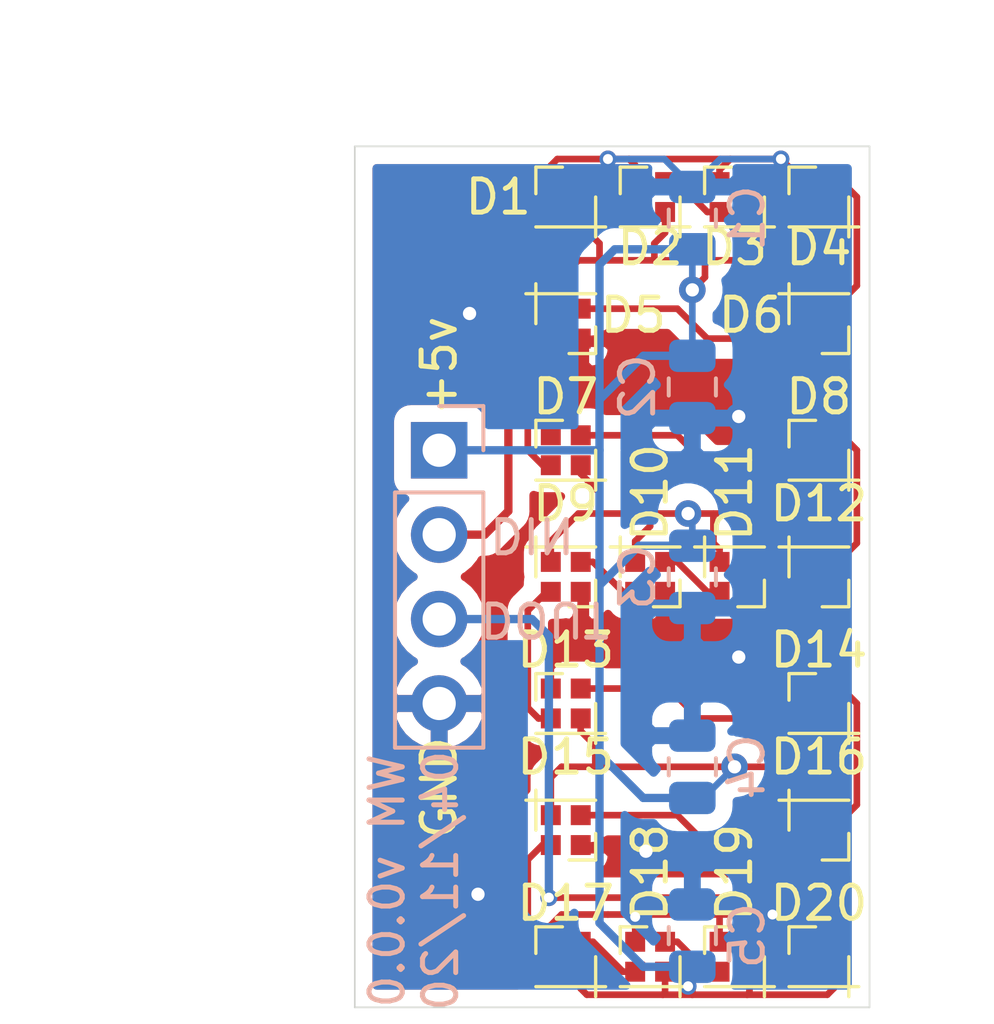
<source format=kicad_pcb>
(kicad_pcb (version 20171130) (host pcbnew "(5.1.2)-1")

  (general
    (thickness 1.6)
    (drawings 9)
    (tracks 231)
    (zones 0)
    (modules 26)
    (nets 24)
  )

  (page A4)
  (layers
    (0 F.Cu signal)
    (31 B.Cu signal)
    (32 B.Adhes user)
    (33 F.Adhes user)
    (34 B.Paste user)
    (35 F.Paste user)
    (36 B.SilkS user)
    (37 F.SilkS user)
    (38 B.Mask user)
    (39 F.Mask user)
    (40 Dwgs.User user)
    (41 Cmts.User user)
    (42 Eco1.User user)
    (43 Eco2.User user)
    (44 Edge.Cuts user)
    (45 Margin user)
    (46 B.CrtYd user)
    (47 F.CrtYd user)
    (48 B.Fab user)
    (49 F.Fab user)
  )

  (setup
    (last_trace_width 0.25)
    (user_trace_width 0.2)
    (trace_clearance 0.2)
    (zone_clearance 0.508)
    (zone_45_only no)
    (trace_min 0.2)
    (via_size 0.8)
    (via_drill 0.4)
    (via_min_size 0.4)
    (via_min_drill 0.3)
    (user_via 0.51 0.3)
    (uvia_size 0.3)
    (uvia_drill 0.1)
    (uvias_allowed no)
    (uvia_min_size 0.2)
    (uvia_min_drill 0.1)
    (edge_width 0.05)
    (segment_width 0.2)
    (pcb_text_width 0.3)
    (pcb_text_size 1.5 1.5)
    (mod_edge_width 0.12)
    (mod_text_size 1 1)
    (mod_text_width 0.15)
    (pad_size 1.7 1.7)
    (pad_drill 1)
    (pad_to_mask_clearance 0.051)
    (solder_mask_min_width 0.25)
    (aux_axis_origin 0 0)
    (grid_origin 137.16 73.66)
    (visible_elements FFFFFF7F)
    (pcbplotparams
      (layerselection 0x010fc_ffffffff)
      (usegerberextensions false)
      (usegerberattributes false)
      (usegerberadvancedattributes false)
      (creategerberjobfile false)
      (excludeedgelayer true)
      (linewidth 0.100000)
      (plotframeref false)
      (viasonmask false)
      (mode 1)
      (useauxorigin false)
      (hpglpennumber 1)
      (hpglpenspeed 20)
      (hpglpendiameter 15.000000)
      (psnegative false)
      (psa4output false)
      (plotreference true)
      (plotvalue true)
      (plotinvisibletext false)
      (padsonsilk false)
      (subtractmaskfromsilk false)
      (outputformat 1)
      (mirror false)
      (drillshape 1)
      (scaleselection 1)
      (outputdirectory ""))
  )

  (net 0 "")
  (net 1 GND)
  (net 2 +5V)
  (net 3 /DIN)
  (net 4 "Net-(D1-Pad1)")
  (net 5 "Net-(D2-Pad1)")
  (net 6 "Net-(D3-Pad1)")
  (net 7 "Net-(D4-Pad1)")
  (net 8 "Net-(D5-Pad3)")
  (net 9 "Net-(D5-Pad1)")
  (net 10 "Net-(D7-Pad1)")
  (net 11 "Net-(D12-Pad3)")
  (net 12 "Net-(D10-Pad1)")
  (net 13 "Net-(D13-Pad3)")
  (net 14 "Net-(D10-Pad3)")
  (net 15 "Net-(D11-Pad3)")
  (net 16 "Net-(D13-Pad1)")
  (net 17 "Net-(D14-Pad1)")
  (net 18 "Net-(D15-Pad3)")
  (net 19 "Net-(D15-Pad1)")
  (net 20 "Net-(D17-Pad1)")
  (net 21 "Net-(D18-Pad1)")
  (net 22 "Net-(D19-Pad1)")
  (net 23 /DOUT)

  (net_class Default "This is the default net class."
    (clearance 0.2)
    (trace_width 0.25)
    (via_dia 0.8)
    (via_drill 0.4)
    (uvia_dia 0.3)
    (uvia_drill 0.1)
    (add_net +5V)
    (add_net /DIN)
    (add_net /DOUT)
    (add_net GND)
    (add_net "Net-(D1-Pad1)")
    (add_net "Net-(D10-Pad1)")
    (add_net "Net-(D10-Pad3)")
    (add_net "Net-(D11-Pad3)")
    (add_net "Net-(D12-Pad3)")
    (add_net "Net-(D13-Pad1)")
    (add_net "Net-(D13-Pad3)")
    (add_net "Net-(D14-Pad1)")
    (add_net "Net-(D15-Pad1)")
    (add_net "Net-(D15-Pad3)")
    (add_net "Net-(D17-Pad1)")
    (add_net "Net-(D18-Pad1)")
    (add_net "Net-(D19-Pad1)")
    (add_net "Net-(D2-Pad1)")
    (add_net "Net-(D3-Pad1)")
    (add_net "Net-(D4-Pad1)")
    (add_net "Net-(D5-Pad1)")
    (add_net "Net-(D5-Pad3)")
    (add_net "Net-(D7-Pad1)")
  )

  (module Connector_PinHeader_2.54mm:PinHeader_1x04_P2.54mm_Vertical (layer B.Cu) (tedit 5E9270B5) (tstamp 5E930EFE)
    (at 133.35 81.28 180)
    (descr "Through hole straight pin header, 1x04, 2.54mm pitch, single row")
    (tags "Through hole pin header THT 1x04 2.54mm single row")
    (fp_text reference J1 (at 0 2.33) (layer B.SilkS) hide
      (effects (font (size 1 1) (thickness 0.15)) (justify mirror))
    )
    (fp_text value PinHeader_1x04_P2.54mm_Vertical (at 0 -9.95) (layer B.Fab)
      (effects (font (size 1 1) (thickness 0.15)) (justify mirror))
    )
    (fp_text user %R (at 0 -3.81 270) (layer B.Fab)
      (effects (font (size 1 1) (thickness 0.15)) (justify mirror))
    )
    (fp_line (start 1.8 1.8) (end -1.8 1.8) (layer B.CrtYd) (width 0.05))
    (fp_line (start 1.8 -9.4) (end 1.8 1.8) (layer B.CrtYd) (width 0.05))
    (fp_line (start -1.8 -9.4) (end 1.8 -9.4) (layer B.CrtYd) (width 0.05))
    (fp_line (start -1.8 1.8) (end -1.8 -9.4) (layer B.CrtYd) (width 0.05))
    (fp_line (start -1.33 1.33) (end 0 1.33) (layer B.SilkS) (width 0.12))
    (fp_line (start -1.33 0) (end -1.33 1.33) (layer B.SilkS) (width 0.12))
    (fp_line (start -1.33 -1.27) (end 1.33 -1.27) (layer B.SilkS) (width 0.12))
    (fp_line (start 1.33 -1.27) (end 1.33 -8.95) (layer B.SilkS) (width 0.12))
    (fp_line (start -1.33 -1.27) (end -1.33 -8.95) (layer B.SilkS) (width 0.12))
    (fp_line (start -1.33 -8.95) (end 1.33 -8.95) (layer B.SilkS) (width 0.12))
    (fp_line (start -1.27 0.635) (end -0.635 1.27) (layer B.Fab) (width 0.1))
    (fp_line (start -1.27 -8.89) (end -1.27 0.635) (layer B.Fab) (width 0.1))
    (fp_line (start 1.27 -8.89) (end -1.27 -8.89) (layer B.Fab) (width 0.1))
    (fp_line (start 1.27 1.27) (end 1.27 -8.89) (layer B.Fab) (width 0.1))
    (fp_line (start -0.635 1.27) (end 1.27 1.27) (layer B.Fab) (width 0.1))
    (pad 4 thru_hole oval (at 0 -7.62 180) (size 1.7 1.7) (drill 1) (layers *.Cu *.Mask)
      (net 1 GND))
    (pad 3 thru_hole oval (at 0 -5.08 180) (size 1.7 1.7) (drill 1) (layers *.Cu *.Mask)
      (net 23 /DOUT))
    (pad 2 thru_hole oval (at 0 -2.54 180) (size 1.7 1.7) (drill 1) (layers *.Cu *.Mask)
      (net 3 /DIN))
    (pad 1 thru_hole rect (at 0 0 180) (size 1.7 1.7) (drill 1) (layers *.Cu *.Mask)
      (net 2 +5V))
    (model ${KISYS3DMOD}/Connector_PinHeader_2.54mm.3dshapes/PinHeader_1x04_P2.54mm_Vertical.wrl
      (at (xyz 0 0 0))
      (scale (xyz 1 1 1))
      (rotate (xyz 0 0 0))
    )
  )

  (module LED_SMD:LED_SK6805_PLCC4_1.5x1.5mm_P0.65mm (layer F.Cu) (tedit 5E926D6A) (tstamp 5E92B59E)
    (at 144.78 96.52 180)
    (descr https://cdn-shop.adafruit.com/product-files/3484/3484_Datasheet.pdf)
    (tags "LED RGB NeoPixel Nano")
    (path /5E932DC7)
    (attr smd)
    (fp_text reference D20 (at 0 1.61) (layer F.SilkS)
      (effects (font (size 1 1) (thickness 0.15)))
    )
    (fp_text value SK6805_1515 (at 0 2.7) (layer F.Fab)
      (effects (font (size 1 1) (thickness 0.15)))
    )
    (fp_line (start -1.4 0.45) (end -1.2 0.25) (layer Cmts.User) (width 0.12))
    (fp_line (start -1.4 0.45) (end -0.9 0.45) (layer Cmts.User) (width 0.12))
    (fp_line (start 0.9 -0.45) (end 1.4 -0.45) (layer Cmts.User) (width 0.12))
    (fp_line (start 0.9 -0.45) (end 1.1 -0.65) (layer Cmts.User) (width 0.12))
    (fp_line (start -1.2 -0.9) (end 0.9 -0.9) (layer F.SilkS) (width 0.1))
    (fp_line (start -0.9 0) (end -0.9 -1.2) (layer F.SilkS) (width 0.1))
    (fp_line (start 0.9 0.9) (end 0.9 0.1) (layer F.SilkS) (width 0.1))
    (fp_line (start 0.1 0.9) (end 0.9 0.9) (layer F.SilkS) (width 0.1))
    (fp_line (start -0.8 -0.8) (end -0.8 0.8) (layer F.CrtYd) (width 0.05))
    (fp_line (start -0.8 0.8) (end 0.8 0.8) (layer F.CrtYd) (width 0.05))
    (fp_line (start 0.8 0.8) (end 0.8 -0.8) (layer F.CrtYd) (width 0.05))
    (fp_line (start 0.8 -0.8) (end -0.8 -0.8) (layer F.CrtYd) (width 0.05))
    (fp_text user %R (at 0 0) (layer F.Fab)
      (effects (font (size 0.4 0.4) (thickness 0.08)))
    )
    (pad 2 smd rect (at 0.45 0.45) (size 0.6 0.6) (layers F.Cu F.Paste F.Mask)
      (net 1 GND))
    (pad 3 smd rect (at 0.45 -0.45) (size 0.6 0.6) (layers F.Cu F.Paste F.Mask)
      (net 22 "Net-(D19-Pad1)"))
    (pad 1 smd rect (at -0.45 0.45) (size 0.6 0.6) (layers F.Cu F.Paste F.Mask)
      (net 23 /DOUT))
    (pad 4 smd rect (at -0.45 -0.45) (size 0.6 0.6) (layers F.Cu F.Paste F.Mask)
      (net 2 +5V))
    (model Z:/project/kicad/custom_libs/models/LED.3dshapes/EAST1616RGBA0.IGS
      (at (xyz 0 0 0))
      (scale (xyz 1 1 1))
      (rotate (xyz 0 0 0))
    )
  )

  (module LED_SMD:LED_SK6805_PLCC4_1.5x1.5mm_P0.65mm (layer F.Cu) (tedit 5E888B7E) (tstamp 5E92B589)
    (at 142.24 96.52 180)
    (descr https://cdn-shop.adafruit.com/product-files/3484/3484_Datasheet.pdf)
    (tags "LED RGB NeoPixel Nano")
    (path /5E932DC1)
    (attr smd)
    (fp_text reference D19 (at 0 2.54 90) (layer F.SilkS)
      (effects (font (size 1 1) (thickness 0.15)))
    )
    (fp_text value SK6805_1515 (at 0 2.7) (layer F.Fab)
      (effects (font (size 1 1) (thickness 0.15)))
    )
    (fp_line (start -1.4 0.45) (end -1.2 0.25) (layer Cmts.User) (width 0.12))
    (fp_line (start -1.4 0.45) (end -0.9 0.45) (layer Cmts.User) (width 0.12))
    (fp_line (start 0.9 -0.45) (end 1.4 -0.45) (layer Cmts.User) (width 0.12))
    (fp_line (start 0.9 -0.45) (end 1.1 -0.65) (layer Cmts.User) (width 0.12))
    (fp_line (start -1.2 -0.9) (end 0.9 -0.9) (layer F.SilkS) (width 0.1))
    (fp_line (start -0.9 0) (end -0.9 -1.2) (layer F.SilkS) (width 0.1))
    (fp_line (start 0.9 0.9) (end 0.9 0.1) (layer F.SilkS) (width 0.1))
    (fp_line (start 0.1 0.9) (end 0.9 0.9) (layer F.SilkS) (width 0.1))
    (fp_line (start -0.8 -0.8) (end -0.8 0.8) (layer F.CrtYd) (width 0.05))
    (fp_line (start -0.8 0.8) (end 0.8 0.8) (layer F.CrtYd) (width 0.05))
    (fp_line (start 0.8 0.8) (end 0.8 -0.8) (layer F.CrtYd) (width 0.05))
    (fp_line (start 0.8 -0.8) (end -0.8 -0.8) (layer F.CrtYd) (width 0.05))
    (fp_text user %R (at 0 0) (layer F.Fab)
      (effects (font (size 0.4 0.4) (thickness 0.08)))
    )
    (pad 2 smd rect (at 0.45 0.45) (size 0.6 0.6) (layers F.Cu F.Paste F.Mask)
      (net 1 GND))
    (pad 3 smd rect (at 0.45 -0.45) (size 0.6 0.6) (layers F.Cu F.Paste F.Mask)
      (net 21 "Net-(D18-Pad1)"))
    (pad 1 smd rect (at -0.45 0.45) (size 0.6 0.6) (layers F.Cu F.Paste F.Mask)
      (net 22 "Net-(D19-Pad1)"))
    (pad 4 smd rect (at -0.45 -0.45) (size 0.6 0.6) (layers F.Cu F.Paste F.Mask)
      (net 2 +5V))
    (model Z:/project/kicad/custom_libs/models/LED.3dshapes/EAST1616RGBA0.IGS
      (at (xyz 0 0 0))
      (scale (xyz 1 1 1))
      (rotate (xyz 0 0 0))
    )
  )

  (module LED_SMD:LED_SK6805_PLCC4_1.5x1.5mm_P0.65mm (layer F.Cu) (tedit 5E888B7E) (tstamp 5E92B574)
    (at 139.7 96.52 180)
    (descr https://cdn-shop.adafruit.com/product-files/3484/3484_Datasheet.pdf)
    (tags "LED RGB NeoPixel Nano")
    (path /5E932DBB)
    (attr smd)
    (fp_text reference D18 (at 0 2.54 90) (layer F.SilkS)
      (effects (font (size 1 1) (thickness 0.15)))
    )
    (fp_text value SK6805_1515 (at 0 2.7) (layer F.Fab)
      (effects (font (size 1 1) (thickness 0.15)))
    )
    (fp_line (start -1.4 0.45) (end -1.2 0.25) (layer Cmts.User) (width 0.12))
    (fp_line (start -1.4 0.45) (end -0.9 0.45) (layer Cmts.User) (width 0.12))
    (fp_line (start 0.9 -0.45) (end 1.4 -0.45) (layer Cmts.User) (width 0.12))
    (fp_line (start 0.9 -0.45) (end 1.1 -0.65) (layer Cmts.User) (width 0.12))
    (fp_line (start -1.2 -0.9) (end 0.9 -0.9) (layer F.SilkS) (width 0.1))
    (fp_line (start -0.9 0) (end -0.9 -1.2) (layer F.SilkS) (width 0.1))
    (fp_line (start 0.9 0.9) (end 0.9 0.1) (layer F.SilkS) (width 0.1))
    (fp_line (start 0.1 0.9) (end 0.9 0.9) (layer F.SilkS) (width 0.1))
    (fp_line (start -0.8 -0.8) (end -0.8 0.8) (layer F.CrtYd) (width 0.05))
    (fp_line (start -0.8 0.8) (end 0.8 0.8) (layer F.CrtYd) (width 0.05))
    (fp_line (start 0.8 0.8) (end 0.8 -0.8) (layer F.CrtYd) (width 0.05))
    (fp_line (start 0.8 -0.8) (end -0.8 -0.8) (layer F.CrtYd) (width 0.05))
    (fp_text user %R (at 0 0) (layer F.Fab)
      (effects (font (size 0.4 0.4) (thickness 0.08)))
    )
    (pad 2 smd rect (at 0.45 0.45) (size 0.6 0.6) (layers F.Cu F.Paste F.Mask)
      (net 1 GND))
    (pad 3 smd rect (at 0.45 -0.45) (size 0.6 0.6) (layers F.Cu F.Paste F.Mask)
      (net 20 "Net-(D17-Pad1)"))
    (pad 1 smd rect (at -0.45 0.45) (size 0.6 0.6) (layers F.Cu F.Paste F.Mask)
      (net 21 "Net-(D18-Pad1)"))
    (pad 4 smd rect (at -0.45 -0.45) (size 0.6 0.6) (layers F.Cu F.Paste F.Mask)
      (net 2 +5V))
    (model Z:/project/kicad/custom_libs/models/LED.3dshapes/EAST1616RGBA0.IGS
      (at (xyz 0 0 0))
      (scale (xyz 1 1 1))
      (rotate (xyz 0 0 0))
    )
  )

  (module LED_SMD:LED_SK6805_PLCC4_1.5x1.5mm_P0.65mm (layer F.Cu) (tedit 5E888B7E) (tstamp 5E92B55F)
    (at 137.16 96.52 180)
    (descr https://cdn-shop.adafruit.com/product-files/3484/3484_Datasheet.pdf)
    (tags "LED RGB NeoPixel Nano")
    (path /5E932DB5)
    (attr smd)
    (fp_text reference D17 (at 0 1.61) (layer F.SilkS)
      (effects (font (size 1 1) (thickness 0.15)))
    )
    (fp_text value SK6805_1515 (at 0 2.7) (layer F.Fab)
      (effects (font (size 1 1) (thickness 0.15)))
    )
    (fp_line (start -1.4 0.45) (end -1.2 0.25) (layer Cmts.User) (width 0.12))
    (fp_line (start -1.4 0.45) (end -0.9 0.45) (layer Cmts.User) (width 0.12))
    (fp_line (start 0.9 -0.45) (end 1.4 -0.45) (layer Cmts.User) (width 0.12))
    (fp_line (start 0.9 -0.45) (end 1.1 -0.65) (layer Cmts.User) (width 0.12))
    (fp_line (start -1.2 -0.9) (end 0.9 -0.9) (layer F.SilkS) (width 0.1))
    (fp_line (start -0.9 0) (end -0.9 -1.2) (layer F.SilkS) (width 0.1))
    (fp_line (start 0.9 0.9) (end 0.9 0.1) (layer F.SilkS) (width 0.1))
    (fp_line (start 0.1 0.9) (end 0.9 0.9) (layer F.SilkS) (width 0.1))
    (fp_line (start -0.8 -0.8) (end -0.8 0.8) (layer F.CrtYd) (width 0.05))
    (fp_line (start -0.8 0.8) (end 0.8 0.8) (layer F.CrtYd) (width 0.05))
    (fp_line (start 0.8 0.8) (end 0.8 -0.8) (layer F.CrtYd) (width 0.05))
    (fp_line (start 0.8 -0.8) (end -0.8 -0.8) (layer F.CrtYd) (width 0.05))
    (fp_text user %R (at 0 0) (layer F.Fab)
      (effects (font (size 0.4 0.4) (thickness 0.08)))
    )
    (pad 2 smd rect (at 0.45 0.45) (size 0.6 0.6) (layers F.Cu F.Paste F.Mask)
      (net 1 GND))
    (pad 3 smd rect (at 0.45 -0.45) (size 0.6 0.6) (layers F.Cu F.Paste F.Mask)
      (net 19 "Net-(D15-Pad1)"))
    (pad 1 smd rect (at -0.45 0.45) (size 0.6 0.6) (layers F.Cu F.Paste F.Mask)
      (net 20 "Net-(D17-Pad1)"))
    (pad 4 smd rect (at -0.45 -0.45) (size 0.6 0.6) (layers F.Cu F.Paste F.Mask)
      (net 2 +5V))
    (model Z:/project/kicad/custom_libs/models/LED.3dshapes/EAST1616RGBA0.IGS
      (at (xyz 0 0 0))
      (scale (xyz 1 1 1))
      (rotate (xyz 0 0 0))
    )
  )

  (module LED_SMD:LED_SK6805_PLCC4_1.5x1.5mm_P0.65mm (layer F.Cu) (tedit 5E888B7E) (tstamp 5E92B54A)
    (at 144.78 92.71)
    (descr https://cdn-shop.adafruit.com/product-files/3484/3484_Datasheet.pdf)
    (tags "LED RGB NeoPixel Nano")
    (path /5E94B9FE)
    (attr smd)
    (fp_text reference D16 (at 0 -2.2) (layer F.SilkS)
      (effects (font (size 1 1) (thickness 0.15)))
    )
    (fp_text value SK6805_1515 (at 0 2.7) (layer F.Fab)
      (effects (font (size 1 1) (thickness 0.15)))
    )
    (fp_line (start -1.4 0.45) (end -1.2 0.25) (layer Cmts.User) (width 0.12))
    (fp_line (start -1.4 0.45) (end -0.9 0.45) (layer Cmts.User) (width 0.12))
    (fp_line (start 0.9 -0.45) (end 1.4 -0.45) (layer Cmts.User) (width 0.12))
    (fp_line (start 0.9 -0.45) (end 1.1 -0.65) (layer Cmts.User) (width 0.12))
    (fp_line (start -1.2 -0.9) (end 0.9 -0.9) (layer F.SilkS) (width 0.1))
    (fp_line (start -0.9 0) (end -0.9 -1.2) (layer F.SilkS) (width 0.1))
    (fp_line (start 0.9 0.9) (end 0.9 0.1) (layer F.SilkS) (width 0.1))
    (fp_line (start 0.1 0.9) (end 0.9 0.9) (layer F.SilkS) (width 0.1))
    (fp_line (start -0.8 -0.8) (end -0.8 0.8) (layer F.CrtYd) (width 0.05))
    (fp_line (start -0.8 0.8) (end 0.8 0.8) (layer F.CrtYd) (width 0.05))
    (fp_line (start 0.8 0.8) (end 0.8 -0.8) (layer F.CrtYd) (width 0.05))
    (fp_line (start 0.8 -0.8) (end -0.8 -0.8) (layer F.CrtYd) (width 0.05))
    (fp_text user %R (at 0 0) (layer F.Fab)
      (effects (font (size 0.4 0.4) (thickness 0.08)))
    )
    (pad 2 smd rect (at 0.45 0.45 180) (size 0.6 0.6) (layers F.Cu F.Paste F.Mask)
      (net 1 GND))
    (pad 3 smd rect (at 0.45 -0.45 180) (size 0.6 0.6) (layers F.Cu F.Paste F.Mask)
      (net 17 "Net-(D14-Pad1)"))
    (pad 1 smd rect (at -0.45 0.45 180) (size 0.6 0.6) (layers F.Cu F.Paste F.Mask)
      (net 18 "Net-(D15-Pad3)"))
    (pad 4 smd rect (at -0.45 -0.45 180) (size 0.6 0.6) (layers F.Cu F.Paste F.Mask)
      (net 2 +5V))
    (model Z:/project/kicad/custom_libs/models/LED.3dshapes/EAST1616RGBA0.IGS
      (at (xyz 0 0 0))
      (scale (xyz 1 1 1))
      (rotate (xyz 0 0 0))
    )
  )

  (module LED_SMD:LED_SK6805_PLCC4_1.5x1.5mm_P0.65mm (layer F.Cu) (tedit 5E888B7E) (tstamp 5E92B535)
    (at 137.16 92.71)
    (descr https://cdn-shop.adafruit.com/product-files/3484/3484_Datasheet.pdf)
    (tags "LED RGB NeoPixel Nano")
    (path /5E94B9F8)
    (attr smd)
    (fp_text reference D15 (at 0 -2.2) (layer F.SilkS)
      (effects (font (size 1 1) (thickness 0.15)))
    )
    (fp_text value SK6805_1515 (at 0 2.7) (layer F.Fab)
      (effects (font (size 1 1) (thickness 0.15)))
    )
    (fp_line (start -1.4 0.45) (end -1.2 0.25) (layer Cmts.User) (width 0.12))
    (fp_line (start -1.4 0.45) (end -0.9 0.45) (layer Cmts.User) (width 0.12))
    (fp_line (start 0.9 -0.45) (end 1.4 -0.45) (layer Cmts.User) (width 0.12))
    (fp_line (start 0.9 -0.45) (end 1.1 -0.65) (layer Cmts.User) (width 0.12))
    (fp_line (start -1.2 -0.9) (end 0.9 -0.9) (layer F.SilkS) (width 0.1))
    (fp_line (start -0.9 0) (end -0.9 -1.2) (layer F.SilkS) (width 0.1))
    (fp_line (start 0.9 0.9) (end 0.9 0.1) (layer F.SilkS) (width 0.1))
    (fp_line (start 0.1 0.9) (end 0.9 0.9) (layer F.SilkS) (width 0.1))
    (fp_line (start -0.8 -0.8) (end -0.8 0.8) (layer F.CrtYd) (width 0.05))
    (fp_line (start -0.8 0.8) (end 0.8 0.8) (layer F.CrtYd) (width 0.05))
    (fp_line (start 0.8 0.8) (end 0.8 -0.8) (layer F.CrtYd) (width 0.05))
    (fp_line (start 0.8 -0.8) (end -0.8 -0.8) (layer F.CrtYd) (width 0.05))
    (fp_text user %R (at 0 0) (layer F.Fab)
      (effects (font (size 0.4 0.4) (thickness 0.08)))
    )
    (pad 2 smd rect (at 0.45 0.45 180) (size 0.6 0.6) (layers F.Cu F.Paste F.Mask)
      (net 1 GND))
    (pad 3 smd rect (at 0.45 -0.45 180) (size 0.6 0.6) (layers F.Cu F.Paste F.Mask)
      (net 18 "Net-(D15-Pad3)"))
    (pad 1 smd rect (at -0.45 0.45 180) (size 0.6 0.6) (layers F.Cu F.Paste F.Mask)
      (net 19 "Net-(D15-Pad1)"))
    (pad 4 smd rect (at -0.45 -0.45 180) (size 0.6 0.6) (layers F.Cu F.Paste F.Mask)
      (net 2 +5V))
    (model Z:/project/kicad/custom_libs/models/LED.3dshapes/EAST1616RGBA0.IGS
      (at (xyz 0 0 0))
      (scale (xyz 1 1 1))
      (rotate (xyz 0 0 0))
    )
  )

  (module LED_SMD:LED_SK6805_PLCC4_1.5x1.5mm_P0.65mm (layer F.Cu) (tedit 5E888B7E) (tstamp 5E92B520)
    (at 144.78 88.9 180)
    (descr https://cdn-shop.adafruit.com/product-files/3484/3484_Datasheet.pdf)
    (tags "LED RGB NeoPixel Nano")
    (path /5E935980)
    (attr smd)
    (fp_text reference D14 (at 0 1.61) (layer F.SilkS)
      (effects (font (size 1 1) (thickness 0.15)))
    )
    (fp_text value SK6805_1515 (at 0 2.7) (layer F.Fab)
      (effects (font (size 1 1) (thickness 0.15)))
    )
    (fp_line (start -1.4 0.45) (end -1.2 0.25) (layer Cmts.User) (width 0.12))
    (fp_line (start -1.4 0.45) (end -0.9 0.45) (layer Cmts.User) (width 0.12))
    (fp_line (start 0.9 -0.45) (end 1.4 -0.45) (layer Cmts.User) (width 0.12))
    (fp_line (start 0.9 -0.45) (end 1.1 -0.65) (layer Cmts.User) (width 0.12))
    (fp_line (start -1.2 -0.9) (end 0.9 -0.9) (layer F.SilkS) (width 0.1))
    (fp_line (start -0.9 0) (end -0.9 -1.2) (layer F.SilkS) (width 0.1))
    (fp_line (start 0.9 0.9) (end 0.9 0.1) (layer F.SilkS) (width 0.1))
    (fp_line (start 0.1 0.9) (end 0.9 0.9) (layer F.SilkS) (width 0.1))
    (fp_line (start -0.8 -0.8) (end -0.8 0.8) (layer F.CrtYd) (width 0.05))
    (fp_line (start -0.8 0.8) (end 0.8 0.8) (layer F.CrtYd) (width 0.05))
    (fp_line (start 0.8 0.8) (end 0.8 -0.8) (layer F.CrtYd) (width 0.05))
    (fp_line (start 0.8 -0.8) (end -0.8 -0.8) (layer F.CrtYd) (width 0.05))
    (fp_text user %R (at 0 0) (layer F.Fab)
      (effects (font (size 0.4 0.4) (thickness 0.08)))
    )
    (pad 2 smd rect (at 0.45 0.45) (size 0.6 0.6) (layers F.Cu F.Paste F.Mask)
      (net 1 GND))
    (pad 3 smd rect (at 0.45 -0.45) (size 0.6 0.6) (layers F.Cu F.Paste F.Mask)
      (net 16 "Net-(D13-Pad1)"))
    (pad 1 smd rect (at -0.45 0.45) (size 0.6 0.6) (layers F.Cu F.Paste F.Mask)
      (net 17 "Net-(D14-Pad1)"))
    (pad 4 smd rect (at -0.45 -0.45) (size 0.6 0.6) (layers F.Cu F.Paste F.Mask)
      (net 2 +5V))
    (model Z:/project/kicad/custom_libs/models/LED.3dshapes/EAST1616RGBA0.IGS
      (at (xyz 0 0 0))
      (scale (xyz 1 1 1))
      (rotate (xyz 0 0 0))
    )
  )

  (module LED_SMD:LED_SK6805_PLCC4_1.5x1.5mm_P0.65mm (layer F.Cu) (tedit 5E888B7E) (tstamp 5E92B50B)
    (at 137.16 88.9 180)
    (descr https://cdn-shop.adafruit.com/product-files/3484/3484_Datasheet.pdf)
    (tags "LED RGB NeoPixel Nano")
    (path /5E934F6A)
    (attr smd)
    (fp_text reference D13 (at 0 1.61) (layer F.SilkS)
      (effects (font (size 1 1) (thickness 0.15)))
    )
    (fp_text value SK6805_1515 (at 0 2.7) (layer F.Fab)
      (effects (font (size 1 1) (thickness 0.15)))
    )
    (fp_line (start -1.4 0.45) (end -1.2 0.25) (layer Cmts.User) (width 0.12))
    (fp_line (start -1.4 0.45) (end -0.9 0.45) (layer Cmts.User) (width 0.12))
    (fp_line (start 0.9 -0.45) (end 1.4 -0.45) (layer Cmts.User) (width 0.12))
    (fp_line (start 0.9 -0.45) (end 1.1 -0.65) (layer Cmts.User) (width 0.12))
    (fp_line (start -1.2 -0.9) (end 0.9 -0.9) (layer F.SilkS) (width 0.1))
    (fp_line (start -0.9 0) (end -0.9 -1.2) (layer F.SilkS) (width 0.1))
    (fp_line (start 0.9 0.9) (end 0.9 0.1) (layer F.SilkS) (width 0.1))
    (fp_line (start 0.1 0.9) (end 0.9 0.9) (layer F.SilkS) (width 0.1))
    (fp_line (start -0.8 -0.8) (end -0.8 0.8) (layer F.CrtYd) (width 0.05))
    (fp_line (start -0.8 0.8) (end 0.8 0.8) (layer F.CrtYd) (width 0.05))
    (fp_line (start 0.8 0.8) (end 0.8 -0.8) (layer F.CrtYd) (width 0.05))
    (fp_line (start 0.8 -0.8) (end -0.8 -0.8) (layer F.CrtYd) (width 0.05))
    (fp_text user %R (at 0 0) (layer F.Fab)
      (effects (font (size 0.4 0.4) (thickness 0.08)))
    )
    (pad 2 smd rect (at 0.45 0.45) (size 0.6 0.6) (layers F.Cu F.Paste F.Mask)
      (net 1 GND))
    (pad 3 smd rect (at 0.45 -0.45) (size 0.6 0.6) (layers F.Cu F.Paste F.Mask)
      (net 13 "Net-(D13-Pad3)"))
    (pad 1 smd rect (at -0.45 0.45) (size 0.6 0.6) (layers F.Cu F.Paste F.Mask)
      (net 16 "Net-(D13-Pad1)"))
    (pad 4 smd rect (at -0.45 -0.45) (size 0.6 0.6) (layers F.Cu F.Paste F.Mask)
      (net 2 +5V))
    (model Z:/project/kicad/custom_libs/models/LED.3dshapes/EAST1616RGBA0.IGS
      (at (xyz 0 0 0))
      (scale (xyz 1 1 1))
      (rotate (xyz 0 0 0))
    )
  )

  (module LED_SMD:LED_SK6805_PLCC4_1.5x1.5mm_P0.65mm (layer F.Cu) (tedit 5E888B7E) (tstamp 5E92B4F6)
    (at 144.78 85.09)
    (descr https://cdn-shop.adafruit.com/product-files/3484/3484_Datasheet.pdf)
    (tags "LED RGB NeoPixel Nano")
    (path /5E930F89)
    (attr smd)
    (fp_text reference D12 (at 0 -2.2) (layer F.SilkS)
      (effects (font (size 1 1) (thickness 0.15)))
    )
    (fp_text value SK6805_1515 (at 0 2.7) (layer F.Fab)
      (effects (font (size 1 1) (thickness 0.15)))
    )
    (fp_line (start -1.4 0.45) (end -1.2 0.25) (layer Cmts.User) (width 0.12))
    (fp_line (start -1.4 0.45) (end -0.9 0.45) (layer Cmts.User) (width 0.12))
    (fp_line (start 0.9 -0.45) (end 1.4 -0.45) (layer Cmts.User) (width 0.12))
    (fp_line (start 0.9 -0.45) (end 1.1 -0.65) (layer Cmts.User) (width 0.12))
    (fp_line (start -1.2 -0.9) (end 0.9 -0.9) (layer F.SilkS) (width 0.1))
    (fp_line (start -0.9 0) (end -0.9 -1.2) (layer F.SilkS) (width 0.1))
    (fp_line (start 0.9 0.9) (end 0.9 0.1) (layer F.SilkS) (width 0.1))
    (fp_line (start 0.1 0.9) (end 0.9 0.9) (layer F.SilkS) (width 0.1))
    (fp_line (start -0.8 -0.8) (end -0.8 0.8) (layer F.CrtYd) (width 0.05))
    (fp_line (start -0.8 0.8) (end 0.8 0.8) (layer F.CrtYd) (width 0.05))
    (fp_line (start 0.8 0.8) (end 0.8 -0.8) (layer F.CrtYd) (width 0.05))
    (fp_line (start 0.8 -0.8) (end -0.8 -0.8) (layer F.CrtYd) (width 0.05))
    (fp_text user %R (at 0 0) (layer F.Fab)
      (effects (font (size 0.4 0.4) (thickness 0.08)))
    )
    (pad 2 smd rect (at 0.45 0.45 180) (size 0.6 0.6) (layers F.Cu F.Paste F.Mask)
      (net 1 GND))
    (pad 3 smd rect (at 0.45 -0.45 180) (size 0.6 0.6) (layers F.Cu F.Paste F.Mask)
      (net 11 "Net-(D12-Pad3)"))
    (pad 1 smd rect (at -0.45 0.45 180) (size 0.6 0.6) (layers F.Cu F.Paste F.Mask)
      (net 15 "Net-(D11-Pad3)"))
    (pad 4 smd rect (at -0.45 -0.45 180) (size 0.6 0.6) (layers F.Cu F.Paste F.Mask)
      (net 2 +5V))
    (model Z:/project/kicad/custom_libs/models/LED.3dshapes/EAST1616RGBA0.IGS
      (at (xyz 0 0 0))
      (scale (xyz 1 1 1))
      (rotate (xyz 0 0 0))
    )
  )

  (module LED_SMD:LED_SK6805_PLCC4_1.5x1.5mm_P0.65mm (layer F.Cu) (tedit 5E888B7E) (tstamp 5E92B4E1)
    (at 142.24 85.09)
    (descr https://cdn-shop.adafruit.com/product-files/3484/3484_Datasheet.pdf)
    (tags "LED RGB NeoPixel Nano")
    (path /5E930F8F)
    (attr smd)
    (fp_text reference D11 (at 0 -2.54 90) (layer F.SilkS)
      (effects (font (size 1 1) (thickness 0.15)))
    )
    (fp_text value SK6805_1515 (at 0 2.7) (layer F.Fab)
      (effects (font (size 1 1) (thickness 0.15)))
    )
    (fp_line (start -1.4 0.45) (end -1.2 0.25) (layer Cmts.User) (width 0.12))
    (fp_line (start -1.4 0.45) (end -0.9 0.45) (layer Cmts.User) (width 0.12))
    (fp_line (start 0.9 -0.45) (end 1.4 -0.45) (layer Cmts.User) (width 0.12))
    (fp_line (start 0.9 -0.45) (end 1.1 -0.65) (layer Cmts.User) (width 0.12))
    (fp_line (start -1.2 -0.9) (end 0.9 -0.9) (layer F.SilkS) (width 0.1))
    (fp_line (start -0.9 0) (end -0.9 -1.2) (layer F.SilkS) (width 0.1))
    (fp_line (start 0.9 0.9) (end 0.9 0.1) (layer F.SilkS) (width 0.1))
    (fp_line (start 0.1 0.9) (end 0.9 0.9) (layer F.SilkS) (width 0.1))
    (fp_line (start -0.8 -0.8) (end -0.8 0.8) (layer F.CrtYd) (width 0.05))
    (fp_line (start -0.8 0.8) (end 0.8 0.8) (layer F.CrtYd) (width 0.05))
    (fp_line (start 0.8 0.8) (end 0.8 -0.8) (layer F.CrtYd) (width 0.05))
    (fp_line (start 0.8 -0.8) (end -0.8 -0.8) (layer F.CrtYd) (width 0.05))
    (fp_text user %R (at 0 0) (layer F.Fab)
      (effects (font (size 0.4 0.4) (thickness 0.08)))
    )
    (pad 2 smd rect (at 0.45 0.45 180) (size 0.6 0.6) (layers F.Cu F.Paste F.Mask)
      (net 1 GND))
    (pad 3 smd rect (at 0.45 -0.45 180) (size 0.6 0.6) (layers F.Cu F.Paste F.Mask)
      (net 15 "Net-(D11-Pad3)"))
    (pad 1 smd rect (at -0.45 0.45 180) (size 0.6 0.6) (layers F.Cu F.Paste F.Mask)
      (net 14 "Net-(D10-Pad3)"))
    (pad 4 smd rect (at -0.45 -0.45 180) (size 0.6 0.6) (layers F.Cu F.Paste F.Mask)
      (net 2 +5V))
    (model Z:/project/kicad/custom_libs/models/LED.3dshapes/EAST1616RGBA0.IGS
      (at (xyz 0 0 0))
      (scale (xyz 1 1 1))
      (rotate (xyz 0 0 0))
    )
  )

  (module LED_SMD:LED_SK6805_PLCC4_1.5x1.5mm_P0.65mm (layer F.Cu) (tedit 5E888B7E) (tstamp 5E92B4CC)
    (at 139.7 85.09)
    (descr https://cdn-shop.adafruit.com/product-files/3484/3484_Datasheet.pdf)
    (tags "LED RGB NeoPixel Nano")
    (path /5E930F95)
    (attr smd)
    (fp_text reference D10 (at 0 -2.54 90) (layer F.SilkS)
      (effects (font (size 1 1) (thickness 0.15)))
    )
    (fp_text value SK6805_1515 (at 0 2.7) (layer F.Fab)
      (effects (font (size 1 1) (thickness 0.15)))
    )
    (fp_line (start -1.4 0.45) (end -1.2 0.25) (layer Cmts.User) (width 0.12))
    (fp_line (start -1.4 0.45) (end -0.9 0.45) (layer Cmts.User) (width 0.12))
    (fp_line (start 0.9 -0.45) (end 1.4 -0.45) (layer Cmts.User) (width 0.12))
    (fp_line (start 0.9 -0.45) (end 1.1 -0.65) (layer Cmts.User) (width 0.12))
    (fp_line (start -1.2 -0.9) (end 0.9 -0.9) (layer F.SilkS) (width 0.1))
    (fp_line (start -0.9 0) (end -0.9 -1.2) (layer F.SilkS) (width 0.1))
    (fp_line (start 0.9 0.9) (end 0.9 0.1) (layer F.SilkS) (width 0.1))
    (fp_line (start 0.1 0.9) (end 0.9 0.9) (layer F.SilkS) (width 0.1))
    (fp_line (start -0.8 -0.8) (end -0.8 0.8) (layer F.CrtYd) (width 0.05))
    (fp_line (start -0.8 0.8) (end 0.8 0.8) (layer F.CrtYd) (width 0.05))
    (fp_line (start 0.8 0.8) (end 0.8 -0.8) (layer F.CrtYd) (width 0.05))
    (fp_line (start 0.8 -0.8) (end -0.8 -0.8) (layer F.CrtYd) (width 0.05))
    (fp_text user %R (at 0 0) (layer F.Fab)
      (effects (font (size 0.4 0.4) (thickness 0.08)))
    )
    (pad 2 smd rect (at 0.45 0.45 180) (size 0.6 0.6) (layers F.Cu F.Paste F.Mask)
      (net 1 GND))
    (pad 3 smd rect (at 0.45 -0.45 180) (size 0.6 0.6) (layers F.Cu F.Paste F.Mask)
      (net 14 "Net-(D10-Pad3)"))
    (pad 1 smd rect (at -0.45 0.45 180) (size 0.6 0.6) (layers F.Cu F.Paste F.Mask)
      (net 12 "Net-(D10-Pad1)"))
    (pad 4 smd rect (at -0.45 -0.45 180) (size 0.6 0.6) (layers F.Cu F.Paste F.Mask)
      (net 2 +5V))
    (model Z:/project/kicad/custom_libs/models/LED.3dshapes/EAST1616RGBA0.IGS
      (at (xyz 0 0 0))
      (scale (xyz 1 1 1))
      (rotate (xyz 0 0 0))
    )
  )

  (module LED_SMD:LED_SK6805_PLCC4_1.5x1.5mm_P0.65mm (layer F.Cu) (tedit 5E888B7E) (tstamp 5E92B4B7)
    (at 137.16 85.09)
    (descr https://cdn-shop.adafruit.com/product-files/3484/3484_Datasheet.pdf)
    (tags "LED RGB NeoPixel Nano")
    (path /5E930F9B)
    (attr smd)
    (fp_text reference D9 (at 0 -2.2) (layer F.SilkS)
      (effects (font (size 1 1) (thickness 0.15)))
    )
    (fp_text value SK6805_1515 (at 0 2.7) (layer F.Fab)
      (effects (font (size 1 1) (thickness 0.15)))
    )
    (fp_line (start -1.4 0.45) (end -1.2 0.25) (layer Cmts.User) (width 0.12))
    (fp_line (start -1.4 0.45) (end -0.9 0.45) (layer Cmts.User) (width 0.12))
    (fp_line (start 0.9 -0.45) (end 1.4 -0.45) (layer Cmts.User) (width 0.12))
    (fp_line (start 0.9 -0.45) (end 1.1 -0.65) (layer Cmts.User) (width 0.12))
    (fp_line (start -1.2 -0.9) (end 0.9 -0.9) (layer F.SilkS) (width 0.1))
    (fp_line (start -0.9 0) (end -0.9 -1.2) (layer F.SilkS) (width 0.1))
    (fp_line (start 0.9 0.9) (end 0.9 0.1) (layer F.SilkS) (width 0.1))
    (fp_line (start 0.1 0.9) (end 0.9 0.9) (layer F.SilkS) (width 0.1))
    (fp_line (start -0.8 -0.8) (end -0.8 0.8) (layer F.CrtYd) (width 0.05))
    (fp_line (start -0.8 0.8) (end 0.8 0.8) (layer F.CrtYd) (width 0.05))
    (fp_line (start 0.8 0.8) (end 0.8 -0.8) (layer F.CrtYd) (width 0.05))
    (fp_line (start 0.8 -0.8) (end -0.8 -0.8) (layer F.CrtYd) (width 0.05))
    (fp_text user %R (at 0 0) (layer F.Fab)
      (effects (font (size 0.4 0.4) (thickness 0.08)))
    )
    (pad 2 smd rect (at 0.45 0.45 180) (size 0.6 0.6) (layers F.Cu F.Paste F.Mask)
      (net 1 GND))
    (pad 3 smd rect (at 0.45 -0.45 180) (size 0.6 0.6) (layers F.Cu F.Paste F.Mask)
      (net 12 "Net-(D10-Pad1)"))
    (pad 1 smd rect (at -0.45 0.45 180) (size 0.6 0.6) (layers F.Cu F.Paste F.Mask)
      (net 13 "Net-(D13-Pad3)"))
    (pad 4 smd rect (at -0.45 -0.45 180) (size 0.6 0.6) (layers F.Cu F.Paste F.Mask)
      (net 2 +5V))
    (model Z:/project/kicad/custom_libs/models/LED.3dshapes/EAST1616RGBA0.IGS
      (at (xyz 0 0 0))
      (scale (xyz 1 1 1))
      (rotate (xyz 0 0 0))
    )
  )

  (module LED_SMD:LED_SK6805_PLCC4_1.5x1.5mm_P0.65mm (layer F.Cu) (tedit 5E888B7E) (tstamp 5E92B4A2)
    (at 144.78 81.28 180)
    (descr https://cdn-shop.adafruit.com/product-files/3484/3484_Datasheet.pdf)
    (tags "LED RGB NeoPixel Nano")
    (path /5E945F66)
    (attr smd)
    (fp_text reference D8 (at 0 1.61) (layer F.SilkS)
      (effects (font (size 1 1) (thickness 0.15)))
    )
    (fp_text value SK6805_1515 (at 0 2.7) (layer F.Fab)
      (effects (font (size 1 1) (thickness 0.15)))
    )
    (fp_line (start -1.4 0.45) (end -1.2 0.25) (layer Cmts.User) (width 0.12))
    (fp_line (start -1.4 0.45) (end -0.9 0.45) (layer Cmts.User) (width 0.12))
    (fp_line (start 0.9 -0.45) (end 1.4 -0.45) (layer Cmts.User) (width 0.12))
    (fp_line (start 0.9 -0.45) (end 1.1 -0.65) (layer Cmts.User) (width 0.12))
    (fp_line (start -1.2 -0.9) (end 0.9 -0.9) (layer F.SilkS) (width 0.1))
    (fp_line (start -0.9 0) (end -0.9 -1.2) (layer F.SilkS) (width 0.1))
    (fp_line (start 0.9 0.9) (end 0.9 0.1) (layer F.SilkS) (width 0.1))
    (fp_line (start 0.1 0.9) (end 0.9 0.9) (layer F.SilkS) (width 0.1))
    (fp_line (start -0.8 -0.8) (end -0.8 0.8) (layer F.CrtYd) (width 0.05))
    (fp_line (start -0.8 0.8) (end 0.8 0.8) (layer F.CrtYd) (width 0.05))
    (fp_line (start 0.8 0.8) (end 0.8 -0.8) (layer F.CrtYd) (width 0.05))
    (fp_line (start 0.8 -0.8) (end -0.8 -0.8) (layer F.CrtYd) (width 0.05))
    (fp_text user %R (at 0 0) (layer F.Fab)
      (effects (font (size 0.4 0.4) (thickness 0.08)))
    )
    (pad 2 smd rect (at 0.45 0.45) (size 0.6 0.6) (layers F.Cu F.Paste F.Mask)
      (net 1 GND))
    (pad 3 smd rect (at 0.45 -0.45) (size 0.6 0.6) (layers F.Cu F.Paste F.Mask)
      (net 10 "Net-(D7-Pad1)"))
    (pad 1 smd rect (at -0.45 0.45) (size 0.6 0.6) (layers F.Cu F.Paste F.Mask)
      (net 11 "Net-(D12-Pad3)"))
    (pad 4 smd rect (at -0.45 -0.45) (size 0.6 0.6) (layers F.Cu F.Paste F.Mask)
      (net 2 +5V))
    (model Z:/project/kicad/custom_libs/models/LED.3dshapes/EAST1616RGBA0.IGS
      (at (xyz 0 0 0))
      (scale (xyz 1 1 1))
      (rotate (xyz 0 0 0))
    )
  )

  (module LED_SMD:LED_SK6805_PLCC4_1.5x1.5mm_P0.65mm (layer F.Cu) (tedit 5E888B7E) (tstamp 5E92B48D)
    (at 137.16 81.28 180)
    (descr https://cdn-shop.adafruit.com/product-files/3484/3484_Datasheet.pdf)
    (tags "LED RGB NeoPixel Nano")
    (path /5E945F60)
    (attr smd)
    (fp_text reference D7 (at 0 1.61) (layer F.SilkS)
      (effects (font (size 1 1) (thickness 0.15)))
    )
    (fp_text value SK6805_1515 (at 0 2.7) (layer F.Fab)
      (effects (font (size 1 1) (thickness 0.15)))
    )
    (fp_line (start -1.4 0.45) (end -1.2 0.25) (layer Cmts.User) (width 0.12))
    (fp_line (start -1.4 0.45) (end -0.9 0.45) (layer Cmts.User) (width 0.12))
    (fp_line (start 0.9 -0.45) (end 1.4 -0.45) (layer Cmts.User) (width 0.12))
    (fp_line (start 0.9 -0.45) (end 1.1 -0.65) (layer Cmts.User) (width 0.12))
    (fp_line (start -1.2 -0.9) (end 0.9 -0.9) (layer F.SilkS) (width 0.1))
    (fp_line (start -0.9 0) (end -0.9 -1.2) (layer F.SilkS) (width 0.1))
    (fp_line (start 0.9 0.9) (end 0.9 0.1) (layer F.SilkS) (width 0.1))
    (fp_line (start 0.1 0.9) (end 0.9 0.9) (layer F.SilkS) (width 0.1))
    (fp_line (start -0.8 -0.8) (end -0.8 0.8) (layer F.CrtYd) (width 0.05))
    (fp_line (start -0.8 0.8) (end 0.8 0.8) (layer F.CrtYd) (width 0.05))
    (fp_line (start 0.8 0.8) (end 0.8 -0.8) (layer F.CrtYd) (width 0.05))
    (fp_line (start 0.8 -0.8) (end -0.8 -0.8) (layer F.CrtYd) (width 0.05))
    (fp_text user %R (at 0 0) (layer F.Fab)
      (effects (font (size 0.4 0.4) (thickness 0.08)))
    )
    (pad 2 smd rect (at 0.45 0.45) (size 0.6 0.6) (layers F.Cu F.Paste F.Mask)
      (net 1 GND))
    (pad 3 smd rect (at 0.45 -0.45) (size 0.6 0.6) (layers F.Cu F.Paste F.Mask)
      (net 9 "Net-(D5-Pad1)"))
    (pad 1 smd rect (at -0.45 0.45) (size 0.6 0.6) (layers F.Cu F.Paste F.Mask)
      (net 10 "Net-(D7-Pad1)"))
    (pad 4 smd rect (at -0.45 -0.45) (size 0.6 0.6) (layers F.Cu F.Paste F.Mask)
      (net 2 +5V))
    (model Z:/project/kicad/custom_libs/models/LED.3dshapes/EAST1616RGBA0.IGS
      (at (xyz 0 0 0))
      (scale (xyz 1 1 1))
      (rotate (xyz 0 0 0))
    )
  )

  (module LED_SMD:LED_SK6805_PLCC4_1.5x1.5mm_P0.65mm (layer F.Cu) (tedit 5E888B7E) (tstamp 5E92B478)
    (at 144.78 77.47)
    (descr https://cdn-shop.adafruit.com/product-files/3484/3484_Datasheet.pdf)
    (tags "LED RGB NeoPixel Nano")
    (path /5E934084)
    (attr smd)
    (fp_text reference D6 (at -2.032 -0.254) (layer F.SilkS)
      (effects (font (size 1 1) (thickness 0.15)))
    )
    (fp_text value SK6805_1515 (at 0 2.7) (layer F.Fab)
      (effects (font (size 1 1) (thickness 0.15)))
    )
    (fp_line (start -1.4 0.45) (end -1.2 0.25) (layer Cmts.User) (width 0.12))
    (fp_line (start -1.4 0.45) (end -0.9 0.45) (layer Cmts.User) (width 0.12))
    (fp_line (start 0.9 -0.45) (end 1.4 -0.45) (layer Cmts.User) (width 0.12))
    (fp_line (start 0.9 -0.45) (end 1.1 -0.65) (layer Cmts.User) (width 0.12))
    (fp_line (start -1.2 -0.9) (end 0.9 -0.9) (layer F.SilkS) (width 0.1))
    (fp_line (start -0.9 0) (end -0.9 -1.2) (layer F.SilkS) (width 0.1))
    (fp_line (start 0.9 0.9) (end 0.9 0.1) (layer F.SilkS) (width 0.1))
    (fp_line (start 0.1 0.9) (end 0.9 0.9) (layer F.SilkS) (width 0.1))
    (fp_line (start -0.8 -0.8) (end -0.8 0.8) (layer F.CrtYd) (width 0.05))
    (fp_line (start -0.8 0.8) (end 0.8 0.8) (layer F.CrtYd) (width 0.05))
    (fp_line (start 0.8 0.8) (end 0.8 -0.8) (layer F.CrtYd) (width 0.05))
    (fp_line (start 0.8 -0.8) (end -0.8 -0.8) (layer F.CrtYd) (width 0.05))
    (fp_text user %R (at 0 0) (layer F.Fab)
      (effects (font (size 0.4 0.4) (thickness 0.08)))
    )
    (pad 2 smd rect (at 0.45 0.45 180) (size 0.6 0.6) (layers F.Cu F.Paste F.Mask)
      (net 1 GND))
    (pad 3 smd rect (at 0.45 -0.45 180) (size 0.6 0.6) (layers F.Cu F.Paste F.Mask)
      (net 7 "Net-(D4-Pad1)"))
    (pad 1 smd rect (at -0.45 0.45 180) (size 0.6 0.6) (layers F.Cu F.Paste F.Mask)
      (net 8 "Net-(D5-Pad3)"))
    (pad 4 smd rect (at -0.45 -0.45 180) (size 0.6 0.6) (layers F.Cu F.Paste F.Mask)
      (net 2 +5V))
    (model Z:/project/kicad/custom_libs/models/LED.3dshapes/EAST1616RGBA0.IGS
      (at (xyz 0 0 0))
      (scale (xyz 1 1 1))
      (rotate (xyz 0 0 0))
    )
  )

  (module LED_SMD:LED_SK6805_PLCC4_1.5x1.5mm_P0.65mm (layer F.Cu) (tedit 5E888B7E) (tstamp 5E92B463)
    (at 137.16 77.47)
    (descr https://cdn-shop.adafruit.com/product-files/3484/3484_Datasheet.pdf)
    (tags "LED RGB NeoPixel Nano")
    (path /5E934665)
    (attr smd)
    (fp_text reference D5 (at 2.032 -0.254) (layer F.SilkS)
      (effects (font (size 1 1) (thickness 0.15)))
    )
    (fp_text value SK6805_1515 (at 0 2.7) (layer F.Fab)
      (effects (font (size 1 1) (thickness 0.15)))
    )
    (fp_line (start -1.4 0.45) (end -1.2 0.25) (layer Cmts.User) (width 0.12))
    (fp_line (start -1.4 0.45) (end -0.9 0.45) (layer Cmts.User) (width 0.12))
    (fp_line (start 0.9 -0.45) (end 1.4 -0.45) (layer Cmts.User) (width 0.12))
    (fp_line (start 0.9 -0.45) (end 1.1 -0.65) (layer Cmts.User) (width 0.12))
    (fp_line (start -1.2 -0.9) (end 0.9 -0.9) (layer F.SilkS) (width 0.1))
    (fp_line (start -0.9 0) (end -0.9 -1.2) (layer F.SilkS) (width 0.1))
    (fp_line (start 0.9 0.9) (end 0.9 0.1) (layer F.SilkS) (width 0.1))
    (fp_line (start 0.1 0.9) (end 0.9 0.9) (layer F.SilkS) (width 0.1))
    (fp_line (start -0.8 -0.8) (end -0.8 0.8) (layer F.CrtYd) (width 0.05))
    (fp_line (start -0.8 0.8) (end 0.8 0.8) (layer F.CrtYd) (width 0.05))
    (fp_line (start 0.8 0.8) (end 0.8 -0.8) (layer F.CrtYd) (width 0.05))
    (fp_line (start 0.8 -0.8) (end -0.8 -0.8) (layer F.CrtYd) (width 0.05))
    (fp_text user %R (at 0 0) (layer F.Fab)
      (effects (font (size 0.4 0.4) (thickness 0.08)))
    )
    (pad 2 smd rect (at 0.45 0.45 180) (size 0.6 0.6) (layers F.Cu F.Paste F.Mask)
      (net 1 GND))
    (pad 3 smd rect (at 0.45 -0.45 180) (size 0.6 0.6) (layers F.Cu F.Paste F.Mask)
      (net 8 "Net-(D5-Pad3)"))
    (pad 1 smd rect (at -0.45 0.45 180) (size 0.6 0.6) (layers F.Cu F.Paste F.Mask)
      (net 9 "Net-(D5-Pad1)"))
    (pad 4 smd rect (at -0.45 -0.45 180) (size 0.6 0.6) (layers F.Cu F.Paste F.Mask)
      (net 2 +5V))
    (model Z:/project/kicad/custom_libs/models/LED.3dshapes/EAST1616RGBA0.IGS
      (at (xyz 0 0 0))
      (scale (xyz 1 1 1))
      (rotate (xyz 0 0 0))
    )
  )

  (module LED_SMD:LED_SK6805_PLCC4_1.5x1.5mm_P0.65mm (layer F.Cu) (tedit 5E888B7E) (tstamp 5E92B44E)
    (at 144.78 73.66 180)
    (descr https://cdn-shop.adafruit.com/product-files/3484/3484_Datasheet.pdf)
    (tags "LED RGB NeoPixel Nano")
    (path /5E92B065)
    (attr smd)
    (fp_text reference D4 (at 0 -1.524) (layer F.SilkS)
      (effects (font (size 1 1) (thickness 0.15)))
    )
    (fp_text value SK6805_1515 (at 0 5.08) (layer F.Fab)
      (effects (font (size 1 1) (thickness 0.15)))
    )
    (fp_line (start -1.4 0.45) (end -1.2 0.25) (layer Cmts.User) (width 0.12))
    (fp_line (start -1.4 0.45) (end -0.9 0.45) (layer Cmts.User) (width 0.12))
    (fp_line (start 0.9 -0.45) (end 1.4 -0.45) (layer Cmts.User) (width 0.12))
    (fp_line (start 0.9 -0.45) (end 1.1 -0.65) (layer Cmts.User) (width 0.12))
    (fp_line (start -1.2 -0.9) (end 0.9 -0.9) (layer F.SilkS) (width 0.1))
    (fp_line (start -0.9 0) (end -0.9 -1.2) (layer F.SilkS) (width 0.1))
    (fp_line (start 0.9 0.9) (end 0.9 0.1) (layer F.SilkS) (width 0.1))
    (fp_line (start 0.1 0.9) (end 0.9 0.9) (layer F.SilkS) (width 0.1))
    (fp_line (start -0.8 -0.8) (end -0.8 0.8) (layer F.CrtYd) (width 0.05))
    (fp_line (start -0.8 0.8) (end 0.8 0.8) (layer F.CrtYd) (width 0.05))
    (fp_line (start 0.8 0.8) (end 0.8 -0.8) (layer F.CrtYd) (width 0.05))
    (fp_line (start 0.8 -0.8) (end -0.8 -0.8) (layer F.CrtYd) (width 0.05))
    (fp_text user %R (at 0 0) (layer F.Fab)
      (effects (font (size 0.4 0.4) (thickness 0.08)))
    )
    (pad 2 smd rect (at 0.45 0.45) (size 0.6 0.6) (layers F.Cu F.Paste F.Mask)
      (net 1 GND))
    (pad 3 smd rect (at 0.45 -0.45) (size 0.6 0.6) (layers F.Cu F.Paste F.Mask)
      (net 6 "Net-(D3-Pad1)"))
    (pad 1 smd rect (at -0.45 0.45) (size 0.6 0.6) (layers F.Cu F.Paste F.Mask)
      (net 7 "Net-(D4-Pad1)"))
    (pad 4 smd rect (at -0.45 -0.45) (size 0.6 0.6) (layers F.Cu F.Paste F.Mask)
      (net 2 +5V))
    (model Z:/project/kicad/custom_libs/models/LED.3dshapes/EAST1616RGBA0.IGS
      (at (xyz 0 0 0))
      (scale (xyz 1 1 1))
      (rotate (xyz 0 0 0))
    )
  )

  (module LED_SMD:LED_SK6805_PLCC4_1.5x1.5mm_P0.65mm (layer F.Cu) (tedit 5E888B7E) (tstamp 5E92B439)
    (at 142.24 73.66 180)
    (descr https://cdn-shop.adafruit.com/product-files/3484/3484_Datasheet.pdf)
    (tags "LED RGB NeoPixel Nano")
    (path /5E92B05F)
    (attr smd)
    (fp_text reference D3 (at 0 -1.524) (layer F.SilkS)
      (effects (font (size 1 1) (thickness 0.15)))
    )
    (fp_text value SK6805_1515 (at 0 2.7) (layer F.Fab)
      (effects (font (size 1 1) (thickness 0.15)))
    )
    (fp_line (start -1.4 0.45) (end -1.2 0.25) (layer Cmts.User) (width 0.12))
    (fp_line (start -1.4 0.45) (end -0.9 0.45) (layer Cmts.User) (width 0.12))
    (fp_line (start 0.9 -0.45) (end 1.4 -0.45) (layer Cmts.User) (width 0.12))
    (fp_line (start 0.9 -0.45) (end 1.1 -0.65) (layer Cmts.User) (width 0.12))
    (fp_line (start -1.2 -0.9) (end 0.9 -0.9) (layer F.SilkS) (width 0.1))
    (fp_line (start -0.9 0) (end -0.9 -1.2) (layer F.SilkS) (width 0.1))
    (fp_line (start 0.9 0.9) (end 0.9 0.1) (layer F.SilkS) (width 0.1))
    (fp_line (start 0.1 0.9) (end 0.9 0.9) (layer F.SilkS) (width 0.1))
    (fp_line (start -0.8 -0.8) (end -0.8 0.8) (layer F.CrtYd) (width 0.05))
    (fp_line (start -0.8 0.8) (end 0.8 0.8) (layer F.CrtYd) (width 0.05))
    (fp_line (start 0.8 0.8) (end 0.8 -0.8) (layer F.CrtYd) (width 0.05))
    (fp_line (start 0.8 -0.8) (end -0.8 -0.8) (layer F.CrtYd) (width 0.05))
    (fp_text user %R (at 0 0) (layer F.Fab)
      (effects (font (size 0.4 0.4) (thickness 0.08)))
    )
    (pad 2 smd rect (at 0.45 0.45) (size 0.6 0.6) (layers F.Cu F.Paste F.Mask)
      (net 1 GND))
    (pad 3 smd rect (at 0.45 -0.45) (size 0.6 0.6) (layers F.Cu F.Paste F.Mask)
      (net 5 "Net-(D2-Pad1)"))
    (pad 1 smd rect (at -0.45 0.45) (size 0.6 0.6) (layers F.Cu F.Paste F.Mask)
      (net 6 "Net-(D3-Pad1)"))
    (pad 4 smd rect (at -0.45 -0.45) (size 0.6 0.6) (layers F.Cu F.Paste F.Mask)
      (net 2 +5V))
    (model Z:/project/kicad/custom_libs/models/LED.3dshapes/EAST1616RGBA0.IGS
      (at (xyz 0 0 0))
      (scale (xyz 1 1 1))
      (rotate (xyz 0 0 0))
    )
  )

  (module LED_SMD:LED_SK6805_PLCC4_1.5x1.5mm_P0.65mm (layer F.Cu) (tedit 5E888B7E) (tstamp 5E92B424)
    (at 139.7 73.66 180)
    (descr https://cdn-shop.adafruit.com/product-files/3484/3484_Datasheet.pdf)
    (tags "LED RGB NeoPixel Nano")
    (path /5E9293AD)
    (attr smd)
    (fp_text reference D2 (at 0 -1.524) (layer F.SilkS)
      (effects (font (size 1 1) (thickness 0.15)))
    )
    (fp_text value SK6805_1515 (at 0 2.7) (layer F.Fab)
      (effects (font (size 1 1) (thickness 0.15)))
    )
    (fp_line (start -1.4 0.45) (end -1.2 0.25) (layer Cmts.User) (width 0.12))
    (fp_line (start -1.4 0.45) (end -0.9 0.45) (layer Cmts.User) (width 0.12))
    (fp_line (start 0.9 -0.45) (end 1.4 -0.45) (layer Cmts.User) (width 0.12))
    (fp_line (start 0.9 -0.45) (end 1.1 -0.65) (layer Cmts.User) (width 0.12))
    (fp_line (start -1.2 -0.9) (end 0.9 -0.9) (layer F.SilkS) (width 0.1))
    (fp_line (start -0.9 0) (end -0.9 -1.2) (layer F.SilkS) (width 0.1))
    (fp_line (start 0.9 0.9) (end 0.9 0.1) (layer F.SilkS) (width 0.1))
    (fp_line (start 0.1 0.9) (end 0.9 0.9) (layer F.SilkS) (width 0.1))
    (fp_line (start -0.8 -0.8) (end -0.8 0.8) (layer F.CrtYd) (width 0.05))
    (fp_line (start -0.8 0.8) (end 0.8 0.8) (layer F.CrtYd) (width 0.05))
    (fp_line (start 0.8 0.8) (end 0.8 -0.8) (layer F.CrtYd) (width 0.05))
    (fp_line (start 0.8 -0.8) (end -0.8 -0.8) (layer F.CrtYd) (width 0.05))
    (fp_text user %R (at 0 0) (layer F.Fab)
      (effects (font (size 0.4 0.4) (thickness 0.08)))
    )
    (pad 2 smd rect (at 0.45 0.45) (size 0.6 0.6) (layers F.Cu F.Paste F.Mask)
      (net 1 GND))
    (pad 3 smd rect (at 0.45 -0.45) (size 0.6 0.6) (layers F.Cu F.Paste F.Mask)
      (net 4 "Net-(D1-Pad1)"))
    (pad 1 smd rect (at -0.45 0.45) (size 0.6 0.6) (layers F.Cu F.Paste F.Mask)
      (net 5 "Net-(D2-Pad1)"))
    (pad 4 smd rect (at -0.45 -0.45) (size 0.6 0.6) (layers F.Cu F.Paste F.Mask)
      (net 2 +5V))
    (model Z:/project/kicad/custom_libs/models/LED.3dshapes/EAST1616RGBA0.IGS
      (at (xyz 0 0 0))
      (scale (xyz 1 1 1))
      (rotate (xyz 0 0 0))
    )
  )

  (module LED_SMD:LED_SK6805_PLCC4_1.5x1.5mm_P0.65mm (layer F.Cu) (tedit 5E926D64) (tstamp 5E92B40F)
    (at 137.16 73.66 180)
    (descr https://cdn-shop.adafruit.com/product-files/3484/3484_Datasheet.pdf)
    (tags "LED RGB NeoPixel Nano")
    (path /5E9275F2)
    (attr smd)
    (fp_text reference D1 (at 2.032 0) (layer F.SilkS)
      (effects (font (size 1 1) (thickness 0.15)))
    )
    (fp_text value SK6805_1515 (at 0 2.7) (layer F.Fab)
      (effects (font (size 1 1) (thickness 0.15)))
    )
    (fp_line (start -1.4 0.45) (end -1.2 0.25) (layer Cmts.User) (width 0.12))
    (fp_line (start -1.4 0.45) (end -0.9 0.45) (layer Cmts.User) (width 0.12))
    (fp_line (start 0.9 -0.45) (end 1.4 -0.45) (layer Cmts.User) (width 0.12))
    (fp_line (start 0.9 -0.45) (end 1.1 -0.65) (layer Cmts.User) (width 0.12))
    (fp_line (start -1.2 -0.9) (end 0.9 -0.9) (layer F.SilkS) (width 0.1))
    (fp_line (start -0.9 0) (end -0.9 -1.2) (layer F.SilkS) (width 0.1))
    (fp_line (start 0.9 0.9) (end 0.9 0.1) (layer F.SilkS) (width 0.1))
    (fp_line (start 0.1 0.9) (end 0.9 0.9) (layer F.SilkS) (width 0.1))
    (fp_line (start -0.8 -0.8) (end -0.8 0.8) (layer F.CrtYd) (width 0.05))
    (fp_line (start -0.8 0.8) (end 0.8 0.8) (layer F.CrtYd) (width 0.05))
    (fp_line (start 0.8 0.8) (end 0.8 -0.8) (layer F.CrtYd) (width 0.05))
    (fp_line (start 0.8 -0.8) (end -0.8 -0.8) (layer F.CrtYd) (width 0.05))
    (fp_text user %R (at 0 0) (layer F.Fab)
      (effects (font (size 0.4 0.4) (thickness 0.08)))
    )
    (pad 2 smd rect (at 0.45 0.45) (size 0.6 0.6) (layers F.Cu F.Paste F.Mask)
      (net 1 GND))
    (pad 3 smd rect (at 0.45 -0.45) (size 0.6 0.6) (layers F.Cu F.Paste F.Mask)
      (net 3 /DIN))
    (pad 1 smd rect (at -0.45 0.45) (size 0.6 0.6) (layers F.Cu F.Paste F.Mask)
      (net 4 "Net-(D1-Pad1)"))
    (pad 4 smd rect (at -0.45 -0.45) (size 0.6 0.6) (layers F.Cu F.Paste F.Mask)
      (net 2 +5V))
    (model Z:/project/kicad/custom_libs/models/LED.3dshapes/EAST1616RGBA0.IGS
      (at (xyz 0 0 0))
      (scale (xyz 1 1 1))
      (rotate (xyz 0 0 0))
    )
  )

  (module Capacitor_SMD:C_0805_2012Metric (layer B.Cu) (tedit 5B36C52B) (tstamp 5E92B3FA)
    (at 140.97 95.885 90)
    (descr "Capacitor SMD 0805 (2012 Metric), square (rectangular) end terminal, IPC_7351 nominal, (Body size source: https://docs.google.com/spreadsheets/d/1BsfQQcO9C6DZCsRaXUlFlo91Tg2WpOkGARC1WS5S8t0/edit?usp=sharing), generated with kicad-footprint-generator")
    (tags capacitor)
    (path /5E9DAE95)
    (attr smd)
    (fp_text reference C5 (at 0 1.65 270) (layer B.SilkS)
      (effects (font (size 1 1) (thickness 0.15)) (justify mirror))
    )
    (fp_text value 0.1uF (at 0 -1.65 270) (layer B.Fab)
      (effects (font (size 1 1) (thickness 0.15)) (justify mirror))
    )
    (fp_text user %R (at 0 0 270) (layer B.Fab)
      (effects (font (size 0.5 0.5) (thickness 0.08)) (justify mirror))
    )
    (fp_line (start 1.68 -0.95) (end -1.68 -0.95) (layer B.CrtYd) (width 0.05))
    (fp_line (start 1.68 0.95) (end 1.68 -0.95) (layer B.CrtYd) (width 0.05))
    (fp_line (start -1.68 0.95) (end 1.68 0.95) (layer B.CrtYd) (width 0.05))
    (fp_line (start -1.68 -0.95) (end -1.68 0.95) (layer B.CrtYd) (width 0.05))
    (fp_line (start -0.258578 -0.71) (end 0.258578 -0.71) (layer B.SilkS) (width 0.12))
    (fp_line (start -0.258578 0.71) (end 0.258578 0.71) (layer B.SilkS) (width 0.12))
    (fp_line (start 1 -0.6) (end -1 -0.6) (layer B.Fab) (width 0.1))
    (fp_line (start 1 0.6) (end 1 -0.6) (layer B.Fab) (width 0.1))
    (fp_line (start -1 0.6) (end 1 0.6) (layer B.Fab) (width 0.1))
    (fp_line (start -1 -0.6) (end -1 0.6) (layer B.Fab) (width 0.1))
    (pad 2 smd roundrect (at 0.9375 0 90) (size 0.975 1.4) (layers B.Cu B.Paste B.Mask) (roundrect_rratio 0.25)
      (net 1 GND))
    (pad 1 smd roundrect (at -0.9375 0 90) (size 0.975 1.4) (layers B.Cu B.Paste B.Mask) (roundrect_rratio 0.25)
      (net 2 +5V))
    (model ${KISYS3DMOD}/Capacitor_SMD.3dshapes/C_0805_2012Metric.wrl
      (at (xyz 0 0 0))
      (scale (xyz 1 1 1))
      (rotate (xyz 0 0 0))
    )
  )

  (module Capacitor_SMD:C_0805_2012Metric (layer B.Cu) (tedit 5B36C52B) (tstamp 5E92B3E9)
    (at 140.97 90.805 90)
    (descr "Capacitor SMD 0805 (2012 Metric), square (rectangular) end terminal, IPC_7351 nominal, (Body size source: https://docs.google.com/spreadsheets/d/1BsfQQcO9C6DZCsRaXUlFlo91Tg2WpOkGARC1WS5S8t0/edit?usp=sharing), generated with kicad-footprint-generator")
    (tags capacitor)
    (path /5E9DAA64)
    (attr smd)
    (fp_text reference C4 (at 0 1.65 -90) (layer B.SilkS)
      (effects (font (size 1 1) (thickness 0.15)) (justify mirror))
    )
    (fp_text value 0.1uF (at 0 -1.65 -90) (layer B.Fab)
      (effects (font (size 1 1) (thickness 0.15)) (justify mirror))
    )
    (fp_text user %R (at 0 0 -90) (layer B.Fab)
      (effects (font (size 0.5 0.5) (thickness 0.08)) (justify mirror))
    )
    (fp_line (start 1.68 -0.95) (end -1.68 -0.95) (layer B.CrtYd) (width 0.05))
    (fp_line (start 1.68 0.95) (end 1.68 -0.95) (layer B.CrtYd) (width 0.05))
    (fp_line (start -1.68 0.95) (end 1.68 0.95) (layer B.CrtYd) (width 0.05))
    (fp_line (start -1.68 -0.95) (end -1.68 0.95) (layer B.CrtYd) (width 0.05))
    (fp_line (start -0.258578 -0.71) (end 0.258578 -0.71) (layer B.SilkS) (width 0.12))
    (fp_line (start -0.258578 0.71) (end 0.258578 0.71) (layer B.SilkS) (width 0.12))
    (fp_line (start 1 -0.6) (end -1 -0.6) (layer B.Fab) (width 0.1))
    (fp_line (start 1 0.6) (end 1 -0.6) (layer B.Fab) (width 0.1))
    (fp_line (start -1 0.6) (end 1 0.6) (layer B.Fab) (width 0.1))
    (fp_line (start -1 -0.6) (end -1 0.6) (layer B.Fab) (width 0.1))
    (pad 2 smd roundrect (at 0.9375 0 90) (size 0.975 1.4) (layers B.Cu B.Paste B.Mask) (roundrect_rratio 0.25)
      (net 1 GND))
    (pad 1 smd roundrect (at -0.9375 0 90) (size 0.975 1.4) (layers B.Cu B.Paste B.Mask) (roundrect_rratio 0.25)
      (net 2 +5V))
    (model ${KISYS3DMOD}/Capacitor_SMD.3dshapes/C_0805_2012Metric.wrl
      (at (xyz 0 0 0))
      (scale (xyz 1 1 1))
      (rotate (xyz 0 0 0))
    )
  )

  (module Capacitor_SMD:C_0805_2012Metric (layer B.Cu) (tedit 5B36C52B) (tstamp 5E92B3D8)
    (at 140.97 85.09 270)
    (descr "Capacitor SMD 0805 (2012 Metric), square (rectangular) end terminal, IPC_7351 nominal, (Body size source: https://docs.google.com/spreadsheets/d/1BsfQQcO9C6DZCsRaXUlFlo91Tg2WpOkGARC1WS5S8t0/edit?usp=sharing), generated with kicad-footprint-generator")
    (tags capacitor)
    (path /5E9DA066)
    (attr smd)
    (fp_text reference C3 (at 0 1.65 270) (layer B.SilkS)
      (effects (font (size 1 1) (thickness 0.15)) (justify mirror))
    )
    (fp_text value 0.1uF (at 0 -1.65 270) (layer B.Fab)
      (effects (font (size 1 1) (thickness 0.15)) (justify mirror))
    )
    (fp_text user %R (at 0 0 270) (layer B.Fab)
      (effects (font (size 0.5 0.5) (thickness 0.08)) (justify mirror))
    )
    (fp_line (start 1.68 -0.95) (end -1.68 -0.95) (layer B.CrtYd) (width 0.05))
    (fp_line (start 1.68 0.95) (end 1.68 -0.95) (layer B.CrtYd) (width 0.05))
    (fp_line (start -1.68 0.95) (end 1.68 0.95) (layer B.CrtYd) (width 0.05))
    (fp_line (start -1.68 -0.95) (end -1.68 0.95) (layer B.CrtYd) (width 0.05))
    (fp_line (start -0.258578 -0.71) (end 0.258578 -0.71) (layer B.SilkS) (width 0.12))
    (fp_line (start -0.258578 0.71) (end 0.258578 0.71) (layer B.SilkS) (width 0.12))
    (fp_line (start 1 -0.6) (end -1 -0.6) (layer B.Fab) (width 0.1))
    (fp_line (start 1 0.6) (end 1 -0.6) (layer B.Fab) (width 0.1))
    (fp_line (start -1 0.6) (end 1 0.6) (layer B.Fab) (width 0.1))
    (fp_line (start -1 -0.6) (end -1 0.6) (layer B.Fab) (width 0.1))
    (pad 2 smd roundrect (at 0.9375 0 270) (size 0.975 1.4) (layers B.Cu B.Paste B.Mask) (roundrect_rratio 0.25)
      (net 1 GND))
    (pad 1 smd roundrect (at -0.9375 0 270) (size 0.975 1.4) (layers B.Cu B.Paste B.Mask) (roundrect_rratio 0.25)
      (net 2 +5V))
    (model ${KISYS3DMOD}/Capacitor_SMD.3dshapes/C_0805_2012Metric.wrl
      (at (xyz 0 0 0))
      (scale (xyz 1 1 1))
      (rotate (xyz 0 0 0))
    )
  )

  (module Capacitor_SMD:C_0805_2012Metric (layer B.Cu) (tedit 5B36C52B) (tstamp 5E92B3C7)
    (at 140.97 79.375 270)
    (descr "Capacitor SMD 0805 (2012 Metric), square (rectangular) end terminal, IPC_7351 nominal, (Body size source: https://docs.google.com/spreadsheets/d/1BsfQQcO9C6DZCsRaXUlFlo91Tg2WpOkGARC1WS5S8t0/edit?usp=sharing), generated with kicad-footprint-generator")
    (tags capacitor)
    (path /5E9D1CB0)
    (attr smd)
    (fp_text reference C2 (at 0 1.65 270) (layer B.SilkS)
      (effects (font (size 1 1) (thickness 0.15)) (justify mirror))
    )
    (fp_text value 0.1uF (at 0 -1.65 270) (layer B.Fab)
      (effects (font (size 1 1) (thickness 0.15)) (justify mirror))
    )
    (fp_text user %R (at 0 0 270) (layer B.Fab)
      (effects (font (size 0.5 0.5) (thickness 0.08)) (justify mirror))
    )
    (fp_line (start 1.68 -0.95) (end -1.68 -0.95) (layer B.CrtYd) (width 0.05))
    (fp_line (start 1.68 0.95) (end 1.68 -0.95) (layer B.CrtYd) (width 0.05))
    (fp_line (start -1.68 0.95) (end 1.68 0.95) (layer B.CrtYd) (width 0.05))
    (fp_line (start -1.68 -0.95) (end -1.68 0.95) (layer B.CrtYd) (width 0.05))
    (fp_line (start -0.258578 -0.71) (end 0.258578 -0.71) (layer B.SilkS) (width 0.12))
    (fp_line (start -0.258578 0.71) (end 0.258578 0.71) (layer B.SilkS) (width 0.12))
    (fp_line (start 1 -0.6) (end -1 -0.6) (layer B.Fab) (width 0.1))
    (fp_line (start 1 0.6) (end 1 -0.6) (layer B.Fab) (width 0.1))
    (fp_line (start -1 0.6) (end 1 0.6) (layer B.Fab) (width 0.1))
    (fp_line (start -1 -0.6) (end -1 0.6) (layer B.Fab) (width 0.1))
    (pad 2 smd roundrect (at 0.9375 0 270) (size 0.975 1.4) (layers B.Cu B.Paste B.Mask) (roundrect_rratio 0.25)
      (net 1 GND))
    (pad 1 smd roundrect (at -0.9375 0 270) (size 0.975 1.4) (layers B.Cu B.Paste B.Mask) (roundrect_rratio 0.25)
      (net 2 +5V))
    (model ${KISYS3DMOD}/Capacitor_SMD.3dshapes/C_0805_2012Metric.wrl
      (at (xyz 0 0 0))
      (scale (xyz 1 1 1))
      (rotate (xyz 0 0 0))
    )
  )

  (module Capacitor_SMD:C_0805_2012Metric (layer B.Cu) (tedit 5B36C52B) (tstamp 5E92B3B6)
    (at 140.97 74.295 90)
    (descr "Capacitor SMD 0805 (2012 Metric), square (rectangular) end terminal, IPC_7351 nominal, (Body size source: https://docs.google.com/spreadsheets/d/1BsfQQcO9C6DZCsRaXUlFlo91Tg2WpOkGARC1WS5S8t0/edit?usp=sharing), generated with kicad-footprint-generator")
    (tags capacitor)
    (path /5E9D018F)
    (attr smd)
    (fp_text reference C1 (at 0 1.65 270) (layer B.SilkS)
      (effects (font (size 1 1) (thickness 0.15)) (justify mirror))
    )
    (fp_text value 0.1uF (at 0 -1.65 270) (layer B.Fab)
      (effects (font (size 1 1) (thickness 0.15)) (justify mirror))
    )
    (fp_text user %R (at 0 0 270) (layer B.Fab)
      (effects (font (size 0.5 0.5) (thickness 0.08)) (justify mirror))
    )
    (fp_line (start 1.68 -0.95) (end -1.68 -0.95) (layer B.CrtYd) (width 0.05))
    (fp_line (start 1.68 0.95) (end 1.68 -0.95) (layer B.CrtYd) (width 0.05))
    (fp_line (start -1.68 0.95) (end 1.68 0.95) (layer B.CrtYd) (width 0.05))
    (fp_line (start -1.68 -0.95) (end -1.68 0.95) (layer B.CrtYd) (width 0.05))
    (fp_line (start -0.258578 -0.71) (end 0.258578 -0.71) (layer B.SilkS) (width 0.12))
    (fp_line (start -0.258578 0.71) (end 0.258578 0.71) (layer B.SilkS) (width 0.12))
    (fp_line (start 1 -0.6) (end -1 -0.6) (layer B.Fab) (width 0.1))
    (fp_line (start 1 0.6) (end 1 -0.6) (layer B.Fab) (width 0.1))
    (fp_line (start -1 0.6) (end 1 0.6) (layer B.Fab) (width 0.1))
    (fp_line (start -1 -0.6) (end -1 0.6) (layer B.Fab) (width 0.1))
    (pad 2 smd roundrect (at 0.9375 0 90) (size 0.975 1.4) (layers B.Cu B.Paste B.Mask) (roundrect_rratio 0.25)
      (net 1 GND))
    (pad 1 smd roundrect (at -0.9375 0 90) (size 0.975 1.4) (layers B.Cu B.Paste B.Mask) (roundrect_rratio 0.25)
      (net 2 +5V))
    (model ${KISYS3DMOD}/Capacitor_SMD.3dshapes/C_0805_2012Metric.wrl
      (at (xyz 0 0 0))
      (scale (xyz 1 1 1))
      (rotate (xyz 0 0 0))
    )
  )

  (gr_text "WM v0.0.0\n04/11/20" (at 132.588 94.234 90) (layer B.SilkS)
    (effects (font (size 1 1) (thickness 0.15)) (justify mirror))
  )
  (gr_text DOUT (at 136.525 86.36 180) (layer B.SilkS)
    (effects (font (size 1 1) (thickness 0.15)) (justify mirror))
  )
  (gr_text DIN (at 136.144 83.82 180) (layer B.SilkS)
    (effects (font (size 1 1) (thickness 0.15)) (justify mirror))
  )
  (gr_text GND (at 133.35 91.44 90) (layer F.SilkS)
    (effects (font (size 1 1) (thickness 0.15)))
  )
  (gr_text +5v (at 133.35 78.74 90) (layer F.SilkS)
    (effects (font (size 1 1) (thickness 0.15)))
  )
  (gr_line (start 146.304 98.044) (end 146.304 72.136) (layer Edge.Cuts) (width 0.05) (tstamp 5E9302AF))
  (gr_line (start 130.81 98.044) (end 146.304 98.044) (layer Edge.Cuts) (width 0.05))
  (gr_line (start 130.81 72.136) (end 130.81 98.044) (layer Edge.Cuts) (width 0.05))
  (gr_line (start 146.304 72.136) (end 130.81 72.136) (layer Edge.Cuts) (width 0.05))

  (segment (start 139.25 73.21) (end 139.25 72.702) (width 0.2) (layer F.Cu) (net 1))
  (segment (start 139.25 72.702) (end 139.065 72.517) (width 0.2) (layer F.Cu) (net 1))
  (segment (start 139.065 72.517) (end 138.43 72.517) (width 0.2) (layer F.Cu) (net 1))
  (segment (start 136.71 72.713) (end 136.71 73.21) (width 0.2) (layer F.Cu) (net 1))
  (segment (start 136.906 72.517) (end 136.71 72.713) (width 0.2) (layer F.Cu) (net 1))
  (segment (start 141.79 73.21) (end 141.79 72.84) (width 0.2) (layer F.Cu) (net 1))
  (segment (start 141.79 72.84) (end 142.113 72.517) (width 0.2) (layer F.Cu) (net 1))
  (segment (start 143.637 72.517) (end 144.33 73.21) (width 0.2) (layer F.Cu) (net 1))
  (segment (start 142.113 72.517) (end 143.637 72.517) (width 0.2) (layer F.Cu) (net 1))
  (segment (start 143.637 72.517) (end 143.637 72.517) (width 0.2) (layer F.Cu) (net 1) (tstamp 5E93097B))
  (via (at 143.637 72.517) (size 0.51) (drill 0.3) (layers F.Cu B.Cu) (net 1))
  (segment (start 141.8105 72.517) (end 140.97 73.3575) (width 0.2) (layer B.Cu) (net 1))
  (segment (start 143.637 72.517) (end 141.8105 72.517) (width 0.2) (layer B.Cu) (net 1))
  (segment (start 139.065 72.517) (end 142.113 72.517) (width 0.2) (layer F.Cu) (net 1))
  (segment (start 138.43 72.517) (end 136.906 72.517) (width 0.2) (layer F.Cu) (net 1) (tstamp 5E9309A7))
  (via (at 138.43 72.517) (size 0.51) (drill 0.3) (layers F.Cu B.Cu) (net 1))
  (segment (start 140.1295 72.517) (end 140.97 73.3575) (width 0.2) (layer B.Cu) (net 1))
  (segment (start 138.43 72.517) (end 140.1295 72.517) (width 0.2) (layer B.Cu) (net 1))
  (via (at 142.367 80.264) (size 0.8) (drill 0.4) (layers F.Cu B.Cu) (net 1))
  (segment (start 136.71 80.83) (end 136.71 80.333) (width 0.2) (layer F.Cu) (net 1))
  (segment (start 137.61 79.433) (end 137.61 77.92) (width 0.2) (layer F.Cu) (net 1))
  (segment (start 136.71 80.333) (end 137.61 79.433) (width 0.2) (layer F.Cu) (net 1))
  (via (at 142.367 87.503) (size 0.8) (drill 0.4) (layers F.Cu B.Cu) (net 1))
  (segment (start 136.71 88.45) (end 136.71 87.826) (width 0.2) (layer F.Cu) (net 1))
  (segment (start 137.61 86.926) (end 137.61 85.54) (width 0.2) (layer F.Cu) (net 1))
  (segment (start 136.71 87.826) (end 137.61 86.926) (width 0.2) (layer F.Cu) (net 1))
  (segment (start 136.71 96.07) (end 136.71 95.573) (width 0.2) (layer F.Cu) (net 1))
  (segment (start 136.71 95.573) (end 137.033 95.25) (width 0.2) (layer F.Cu) (net 1))
  (segment (start 137.033 95.25) (end 138.43 95.25) (width 0.2) (layer F.Cu) (net 1))
  (segment (start 145.23 93.16) (end 145.23 93.53) (width 0.2) (layer F.Cu) (net 1))
  (segment (start 145.23 93.53) (end 144.78 93.98) (width 0.2) (layer F.Cu) (net 1))
  (segment (start 144.78 93.98) (end 143.383 93.98) (width 0.2) (layer F.Cu) (net 1))
  (via (at 139.573 93.345) (size 0.8) (drill 0.4) (layers F.Cu B.Cu) (net 1))
  (via (at 143.383 95.25) (size 0.51) (drill 0.3) (layers F.Cu B.Cu) (net 1))
  (segment (start 143.51 95.25) (end 144.33 96.07) (width 0.2) (layer F.Cu) (net 1))
  (segment (start 143.383 95.25) (end 143.51 95.25) (width 0.2) (layer F.Cu) (net 1))
  (segment (start 141.224 95.25) (end 139.446 95.25) (width 0.2) (layer F.Cu) (net 1))
  (segment (start 141.79 95.308) (end 141.732 95.25) (width 0.2) (layer F.Cu) (net 1))
  (segment (start 141.79 96.07) (end 141.79 95.308) (width 0.2) (layer F.Cu) (net 1))
  (segment (start 143.383 95.25) (end 141.732 95.25) (width 0.2) (layer F.Cu) (net 1))
  (segment (start 141.732 95.25) (end 141.224 95.25) (width 0.2) (layer F.Cu) (net 1))
  (segment (start 139.25 95.319) (end 139.319 95.25) (width 0.2) (layer F.Cu) (net 1))
  (segment (start 139.25 96.07) (end 139.25 95.319) (width 0.2) (layer F.Cu) (net 1))
  (segment (start 138.43 95.25) (end 139.319 95.25) (width 0.2) (layer F.Cu) (net 1))
  (segment (start 139.319 95.25) (end 139.446 95.25) (width 0.2) (layer F.Cu) (net 1))
  (segment (start 139.25 95.319) (end 139.25 95.319) (width 0.2) (layer F.Cu) (net 1) (tstamp 5E930B29))
  (via (at 139.25 95.319) (size 0.51) (drill 0.3) (layers F.Cu B.Cu) (net 1))
  (via (at 134.2644 77.1652) (size 0.8) (drill 0.4) (layers F.Cu B.Cu) (net 1))
  (via (at 134.5184 94.6404) (size 0.8) (drill 0.4) (layers F.Cu B.Cu) (net 1))
  (segment (start 140.97 75.2325) (end 138.6355 75.2325) (width 0.25) (layer B.Cu) (net 2))
  (segment (start 138.6355 75.2325) (end 138.176 75.692) (width 0.25) (layer B.Cu) (net 2))
  (segment (start 139.4945 96.8225) (end 140.97 96.8225) (width 0.25) (layer B.Cu) (net 2))
  (segment (start 138.176 95.504) (end 139.4945 96.8225) (width 0.25) (layer B.Cu) (net 2))
  (segment (start 140.97 78.4375) (end 139.4945 78.4375) (width 0.25) (layer B.Cu) (net 2))
  (segment (start 139.4945 78.4375) (end 138.176 79.756) (width 0.25) (layer B.Cu) (net 2))
  (segment (start 138.176 75.692) (end 138.176 79.756) (width 0.25) (layer B.Cu) (net 2))
  (segment (start 140.97 84.1525) (end 139.3675 84.1525) (width 0.25) (layer B.Cu) (net 2))
  (segment (start 139.3675 84.1525) (end 138.176 85.344) (width 0.25) (layer B.Cu) (net 2))
  (segment (start 139.4945 91.7425) (end 138.176 90.424) (width 0.25) (layer B.Cu) (net 2))
  (segment (start 140.97 91.7425) (end 139.4945 91.7425) (width 0.25) (layer B.Cu) (net 2))
  (segment (start 138.176 90.424) (end 138.176 95.504) (width 0.25) (layer B.Cu) (net 2))
  (segment (start 145.23 96.97) (end 145.23 97.467) (width 0.2) (layer F.Cu) (net 2))
  (segment (start 145.23 97.467) (end 145.034 97.663) (width 0.2) (layer F.Cu) (net 2))
  (segment (start 137.61 97.478) (end 137.61 96.97) (width 0.2) (layer F.Cu) (net 2))
  (segment (start 137.795 97.663) (end 137.61 97.478) (width 0.2) (layer F.Cu) (net 2))
  (segment (start 140.15 97.594) (end 140.081 97.663) (width 0.2) (layer F.Cu) (net 2))
  (segment (start 140.15 96.97) (end 140.15 97.594) (width 0.2) (layer F.Cu) (net 2))
  (segment (start 140.081 97.663) (end 137.795 97.663) (width 0.2) (layer F.Cu) (net 2))
  (segment (start 142.69 97.594) (end 142.621 97.663) (width 0.2) (layer F.Cu) (net 2))
  (segment (start 142.69 96.97) (end 142.69 97.594) (width 0.2) (layer F.Cu) (net 2))
  (segment (start 145.034 97.663) (end 142.621 97.663) (width 0.2) (layer F.Cu) (net 2))
  (segment (start 136.71 92.26) (end 136.71 91.128) (width 0.2) (layer F.Cu) (net 2))
  (segment (start 136.71 91.128) (end 137.033 90.805) (width 0.2) (layer F.Cu) (net 2))
  (segment (start 145.23 90.101) (end 145.23 89.35) (width 0.2) (layer F.Cu) (net 2))
  (segment (start 144.526 90.805) (end 145.23 90.101) (width 0.2) (layer F.Cu) (net 2))
  (segment (start 144.33 92.26) (end 144.33 91.752) (width 0.2) (layer F.Cu) (net 2))
  (segment (start 143.764 91.186) (end 143.764 90.805) (width 0.2) (layer F.Cu) (net 2))
  (segment (start 144.33 91.752) (end 143.764 91.186) (width 0.2) (layer F.Cu) (net 2))
  (segment (start 143.764 90.805) (end 144.526 90.805) (width 0.2) (layer F.Cu) (net 2))
  (segment (start 137.61 89.35) (end 137.61 89.731) (width 0.2) (layer F.Cu) (net 2))
  (segment (start 138.049 90.17) (end 138.049 90.805) (width 0.2) (layer F.Cu) (net 2))
  (segment (start 137.61 89.731) (end 138.049 90.17) (width 0.2) (layer F.Cu) (net 2))
  (segment (start 137.033 90.805) (end 138.049 90.805) (width 0.2) (layer F.Cu) (net 2))
  (via (at 142.24 90.805) (size 0.8) (drill 0.4) (layers F.Cu B.Cu) (net 2))
  (segment (start 142.24 90.805) (end 143.764 90.805) (width 0.2) (layer F.Cu) (net 2))
  (segment (start 138.049 90.805) (end 142.24 90.805) (width 0.2) (layer F.Cu) (net 2))
  (segment (start 141.3025 91.7425) (end 142.24 90.805) (width 0.2) (layer B.Cu) (net 2))
  (segment (start 140.97 91.7425) (end 141.3025 91.7425) (width 0.2) (layer B.Cu) (net 2))
  (segment (start 140.97 97.536) (end 140.843 97.409) (width 0.2) (layer F.Cu) (net 2))
  (segment (start 140.97 97.663) (end 140.97 97.536) (width 0.2) (layer F.Cu) (net 2))
  (segment (start 140.97 97.663) (end 140.081 97.663) (width 0.2) (layer F.Cu) (net 2))
  (segment (start 142.621 97.663) (end 140.97 97.663) (width 0.2) (layer F.Cu) (net 2))
  (segment (start 140.97 97.282) (end 140.97 96.8225) (width 0.2) (layer B.Cu) (net 2))
  (segment (start 140.843 97.409) (end 140.97 97.282) (width 0.2) (layer B.Cu) (net 2))
  (segment (start 136.71 84.64) (end 136.71 84.016) (width 0.2) (layer F.Cu) (net 2))
  (segment (start 136.71 84.016) (end 137.541 83.185) (width 0.2) (layer F.Cu) (net 2))
  (segment (start 145.23 82.481) (end 145.23 81.73) (width 0.2) (layer F.Cu) (net 2))
  (segment (start 144.526 83.185) (end 145.23 82.481) (width 0.2) (layer F.Cu) (net 2))
  (segment (start 144.33 84.64) (end 144.33 84.259) (width 0.2) (layer F.Cu) (net 2))
  (segment (start 143.764 83.693) (end 143.764 83.185) (width 0.2) (layer F.Cu) (net 2))
  (segment (start 144.33 84.259) (end 143.764 83.693) (width 0.2) (layer F.Cu) (net 2))
  (segment (start 143.764 83.185) (end 144.526 83.185) (width 0.2) (layer F.Cu) (net 2))
  (segment (start 137.61 81.73) (end 137.737 81.73) (width 0.2) (layer F.Cu) (net 2))
  (segment (start 137.61 81.73) (end 137.61 81.984) (width 0.2) (layer F.Cu) (net 2))
  (segment (start 138.176 82.55) (end 138.176 83.185) (width 0.2) (layer F.Cu) (net 2))
  (segment (start 137.61 81.984) (end 138.176 82.55) (width 0.2) (layer F.Cu) (net 2))
  (segment (start 137.541 83.185) (end 138.176 83.185) (width 0.2) (layer F.Cu) (net 2))
  (segment (start 139.25 84.64) (end 139.25 84.016) (width 0.2) (layer F.Cu) (net 2))
  (segment (start 139.7 83.566) (end 139.7 83.185) (width 0.2) (layer F.Cu) (net 2))
  (segment (start 139.25 84.016) (end 139.7 83.566) (width 0.2) (layer F.Cu) (net 2))
  (segment (start 138.176 83.185) (end 139.7 83.185) (width 0.2) (layer F.Cu) (net 2))
  (segment (start 141.79 84.64) (end 141.79 84.259) (width 0.2) (layer F.Cu) (net 2))
  (segment (start 141.605 84.074) (end 141.605 83.185) (width 0.2) (layer F.Cu) (net 2))
  (segment (start 141.79 84.259) (end 141.605 84.074) (width 0.2) (layer F.Cu) (net 2))
  (segment (start 141.605 83.185) (end 143.764 83.185) (width 0.2) (layer F.Cu) (net 2))
  (via (at 140.843 83.185) (size 0.8) (drill 0.4) (layers F.Cu B.Cu) (net 2))
  (segment (start 140.843 83.185) (end 141.605 83.185) (width 0.2) (layer F.Cu) (net 2))
  (segment (start 139.7 83.185) (end 140.843 83.185) (width 0.2) (layer F.Cu) (net 2))
  (segment (start 140.97 83.312) (end 140.843 83.185) (width 0.2) (layer B.Cu) (net 2))
  (segment (start 140.97 84.1525) (end 140.97 83.312) (width 0.2) (layer B.Cu) (net 2))
  (segment (start 136.71 77.02) (end 136.71 76.396) (width 0.2) (layer F.Cu) (net 2))
  (segment (start 136.71 76.396) (end 137.541 75.565) (width 0.2) (layer F.Cu) (net 2))
  (segment (start 145.23 75.115) (end 145.23 74.11) (width 0.2) (layer F.Cu) (net 2))
  (segment (start 144.78 75.565) (end 145.23 75.115) (width 0.2) (layer F.Cu) (net 2))
  (segment (start 144.33 77.02) (end 144.33 76.512) (width 0.2) (layer F.Cu) (net 2))
  (segment (start 144.018 76.2) (end 144.018 75.565) (width 0.2) (layer F.Cu) (net 2))
  (segment (start 144.33 76.512) (end 144.018 76.2) (width 0.2) (layer F.Cu) (net 2))
  (segment (start 144.018 75.565) (end 144.78 75.565) (width 0.2) (layer F.Cu) (net 2))
  (segment (start 142.69 74.11) (end 142.69 74.364) (width 0.2) (layer F.Cu) (net 2))
  (segment (start 142.875 74.549) (end 142.875 75.565) (width 0.2) (layer F.Cu) (net 2))
  (segment (start 142.69 74.364) (end 142.875 74.549) (width 0.2) (layer F.Cu) (net 2))
  (segment (start 142.875 75.565) (end 144.018 75.565) (width 0.2) (layer F.Cu) (net 2))
  (segment (start 140.15 74.11) (end 140.15 74.734) (width 0.2) (layer F.Cu) (net 2))
  (segment (start 139.827 75.057) (end 139.827 75.565) (width 0.2) (layer F.Cu) (net 2))
  (segment (start 140.15 74.734) (end 139.827 75.057) (width 0.2) (layer F.Cu) (net 2))
  (segment (start 137.61 74.11) (end 137.61 74.491) (width 0.2) (layer F.Cu) (net 2))
  (segment (start 138.176 75.057) (end 138.176 75.565) (width 0.2) (layer F.Cu) (net 2))
  (segment (start 137.61 74.491) (end 138.176 75.057) (width 0.2) (layer F.Cu) (net 2))
  (segment (start 137.541 75.565) (end 138.176 75.565) (width 0.2) (layer F.Cu) (net 2))
  (segment (start 138.176 75.565) (end 139.827 75.565) (width 0.2) (layer F.Cu) (net 2))
  (segment (start 139.827 75.565) (end 141.351 75.565) (width 0.2) (layer F.Cu) (net 2))
  (segment (start 141.351 75.565) (end 142.875 75.565) (width 0.2) (layer F.Cu) (net 2))
  (via (at 140.97 76.454) (size 0.8) (drill 0.4) (layers F.Cu B.Cu) (net 2))
  (segment (start 140.97 76.454) (end 140.97 75.2325) (width 0.2) (layer B.Cu) (net 2))
  (segment (start 141.351 75.565) (end 141.351 76.073) (width 0.2) (layer F.Cu) (net 2))
  (segment (start 140.97 78.4375) (end 140.97 76.454) (width 0.2) (layer B.Cu) (net 2))
  (segment (start 141.351 76.073) (end 140.97 76.454) (width 0.2) (layer F.Cu) (net 2))
  (segment (start 133.35 81.28) (end 138.176 81.28) (width 0.25) (layer B.Cu) (net 2))
  (segment (start 138.176 79.756) (end 138.176 81.28) (width 0.25) (layer B.Cu) (net 2))
  (segment (start 138.176 81.28) (end 138.176 90.424) (width 0.25) (layer B.Cu) (net 2))
  (segment (start 140.843 97.409) (end 140.843 97.409) (width 0.2) (layer F.Cu) (net 2) (tstamp 5E931256))
  (via (at 140.843 97.409) (size 0.51) (drill 0.3) (layers F.Cu B.Cu) (net 2))
  (segment (start 133.35 83.82) (end 134.7216 83.82) (width 0.25) (layer F.Cu) (net 3))
  (segment (start 134.7216 83.82) (end 135.4328 83.1088) (width 0.25) (layer F.Cu) (net 3))
  (segment (start 135.4328 75.3872) (end 136.71 74.11) (width 0.25) (layer F.Cu) (net 3))
  (segment (start 135.4328 83.1088) (end 135.4328 75.3872) (width 0.25) (layer F.Cu) (net 3))
  (segment (start 137.61 73.21) (end 137.98 73.21) (width 0.2) (layer F.Cu) (net 4))
  (segment (start 138.88 74.11) (end 139.25 74.11) (width 0.2) (layer F.Cu) (net 4))
  (segment (start 137.98 73.21) (end 138.88 74.11) (width 0.2) (layer F.Cu) (net 4))
  (segment (start 140.15 73.21) (end 140.52 73.21) (width 0.2) (layer F.Cu) (net 5))
  (segment (start 141.42 74.11) (end 141.79 74.11) (width 0.2) (layer F.Cu) (net 5))
  (segment (start 140.52 73.21) (end 141.42 74.11) (width 0.2) (layer F.Cu) (net 5))
  (segment (start 142.69 73.21) (end 143.06 73.21) (width 0.2) (layer F.Cu) (net 6))
  (segment (start 143.96 74.11) (end 144.33 74.11) (width 0.2) (layer F.Cu) (net 6))
  (segment (start 143.06 73.21) (end 143.96 74.11) (width 0.2) (layer F.Cu) (net 6))
  (segment (start 145.23 73.21) (end 145.473 73.21) (width 0.2) (layer F.Cu) (net 7))
  (segment (start 145.473 73.21) (end 145.923 73.66) (width 0.2) (layer F.Cu) (net 7))
  (segment (start 145.923 76.327) (end 145.23 77.02) (width 0.2) (layer F.Cu) (net 7))
  (segment (start 145.923 73.66) (end 145.923 76.327) (width 0.2) (layer F.Cu) (net 7))
  (segment (start 137.61 77.02) (end 140.52 77.02) (width 0.2) (layer F.Cu) (net 8))
  (segment (start 141.42 77.92) (end 144.33 77.92) (width 0.2) (layer F.Cu) (net 8))
  (segment (start 140.52 77.02) (end 141.42 77.92) (width 0.2) (layer F.Cu) (net 8))
  (segment (start 136.71 77.92) (end 136.583 77.92) (width 0.2) (layer F.Cu) (net 9))
  (segment (start 136.583 77.92) (end 136.017 78.486) (width 0.2) (layer F.Cu) (net 9))
  (segment (start 136.017 78.486) (end 136.017 81.28) (width 0.2) (layer F.Cu) (net 9))
  (segment (start 136.467 81.73) (end 136.71 81.73) (width 0.2) (layer F.Cu) (net 9))
  (segment (start 136.017 81.28) (end 136.467 81.73) (width 0.2) (layer F.Cu) (net 9))
  (segment (start 137.61 80.83) (end 140.52 80.83) (width 0.2) (layer F.Cu) (net 10))
  (segment (start 141.42 81.73) (end 144.33 81.73) (width 0.2) (layer F.Cu) (net 10))
  (segment (start 140.52 80.83) (end 141.42 81.73) (width 0.2) (layer F.Cu) (net 10))
  (segment (start 145.23 80.83) (end 145.473 80.83) (width 0.2) (layer F.Cu) (net 11))
  (segment (start 145.473 80.83) (end 145.923 81.28) (width 0.2) (layer F.Cu) (net 11))
  (segment (start 145.923 81.28) (end 145.923 84.074) (width 0.2) (layer F.Cu) (net 11))
  (segment (start 145.357 84.64) (end 145.23 84.64) (width 0.2) (layer F.Cu) (net 11))
  (segment (start 145.923 84.074) (end 145.357 84.64) (width 0.2) (layer F.Cu) (net 11))
  (segment (start 137.61 84.64) (end 137.98 84.64) (width 0.2) (layer F.Cu) (net 12))
  (segment (start 138.88 85.54) (end 139.25 85.54) (width 0.2) (layer F.Cu) (net 12))
  (segment (start 137.98 84.64) (end 138.88 85.54) (width 0.2) (layer F.Cu) (net 12))
  (segment (start 136.34 89.35) (end 136.71 89.35) (width 0.2) (layer F.Cu) (net 13))
  (segment (start 136.017 89.027) (end 136.34 89.35) (width 0.2) (layer F.Cu) (net 13))
  (segment (start 136.017 86.106) (end 136.017 89.027) (width 0.2) (layer F.Cu) (net 13))
  (segment (start 136.71 85.54) (end 136.583 85.54) (width 0.2) (layer F.Cu) (net 13))
  (segment (start 136.583 85.54) (end 136.017 86.106) (width 0.2) (layer F.Cu) (net 13))
  (segment (start 140.15 84.64) (end 140.52 84.64) (width 0.2) (layer F.Cu) (net 14))
  (segment (start 141.42 85.54) (end 141.79 85.54) (width 0.2) (layer F.Cu) (net 14))
  (segment (start 140.52 84.64) (end 141.42 85.54) (width 0.2) (layer F.Cu) (net 14))
  (segment (start 142.69 84.64) (end 143.06 84.64) (width 0.2) (layer F.Cu) (net 15))
  (segment (start 143.96 85.54) (end 144.33 85.54) (width 0.2) (layer F.Cu) (net 15))
  (segment (start 143.06 84.64) (end 143.96 85.54) (width 0.2) (layer F.Cu) (net 15))
  (segment (start 137.61 88.45) (end 140.266 88.45) (width 0.2) (layer F.Cu) (net 16))
  (segment (start 141.166 89.35) (end 144.33 89.35) (width 0.2) (layer F.Cu) (net 16))
  (segment (start 140.266 88.45) (end 141.166 89.35) (width 0.2) (layer F.Cu) (net 16))
  (segment (start 145.611 92.26) (end 145.23 92.26) (width 0.2) (layer F.Cu) (net 17))
  (segment (start 145.923 91.948) (end 145.611 92.26) (width 0.2) (layer F.Cu) (net 17))
  (segment (start 145.923 88.9) (end 145.923 91.948) (width 0.2) (layer F.Cu) (net 17))
  (segment (start 145.23 88.45) (end 145.473 88.45) (width 0.2) (layer F.Cu) (net 17))
  (segment (start 145.473 88.45) (end 145.923 88.9) (width 0.2) (layer F.Cu) (net 17))
  (segment (start 137.61 92.26) (end 140.52 92.26) (width 0.2) (layer F.Cu) (net 18))
  (segment (start 141.42 93.16) (end 144.33 93.16) (width 0.2) (layer F.Cu) (net 18))
  (segment (start 140.52 92.26) (end 141.42 93.16) (width 0.2) (layer F.Cu) (net 18))
  (segment (start 136.34 96.97) (end 136.71 96.97) (width 0.2) (layer F.Cu) (net 19))
  (segment (start 136.017 96.647) (end 136.34 96.97) (width 0.2) (layer F.Cu) (net 19))
  (segment (start 136.017 93.599) (end 136.017 96.647) (width 0.2) (layer F.Cu) (net 19))
  (segment (start 136.71 93.16) (end 136.456 93.16) (width 0.2) (layer F.Cu) (net 19))
  (segment (start 136.456 93.16) (end 136.017 93.599) (width 0.2) (layer F.Cu) (net 19))
  (segment (start 137.61 96.07) (end 137.98 96.07) (width 0.2) (layer F.Cu) (net 20))
  (segment (start 138.88 96.97) (end 139.25 96.97) (width 0.2) (layer F.Cu) (net 20))
  (segment (start 137.98 96.07) (end 138.88 96.97) (width 0.2) (layer F.Cu) (net 20))
  (segment (start 140.15 96.07) (end 140.52 96.07) (width 0.2) (layer F.Cu) (net 21))
  (segment (start 141.42 96.97) (end 141.79 96.97) (width 0.2) (layer F.Cu) (net 21))
  (segment (start 140.52 96.07) (end 141.42 96.97) (width 0.2) (layer F.Cu) (net 21))
  (segment (start 142.69 96.07) (end 143.06 96.07) (width 0.2) (layer F.Cu) (net 22))
  (segment (start 143.96 96.97) (end 144.33 96.97) (width 0.2) (layer F.Cu) (net 22))
  (segment (start 143.06 96.07) (end 143.96 96.97) (width 0.2) (layer F.Cu) (net 22))
  (segment (start 145.23 96.07) (end 145.23 95.192) (width 0.2) (layer F.Cu) (net 23))
  (via (at 136.652 94.742) (size 0.51) (drill 0.3) (layers F.Cu B.Cu) (net 23))
  (segment (start 145.23 95.192) (end 144.78 94.742) (width 0.2) (layer F.Cu) (net 23))
  (segment (start 144.78 94.742) (end 136.652 94.742) (width 0.2) (layer F.Cu) (net 23))
  (segment (start 136.652 94.742) (end 136.652 86.868) (width 0.25) (layer B.Cu) (net 23))
  (segment (start 136.144 86.36) (end 133.35 86.36) (width 0.25) (layer B.Cu) (net 23))
  (segment (start 136.652 86.868) (end 136.144 86.36) (width 0.25) (layer B.Cu) (net 23))

  (zone (net 1) (net_name GND) (layer F.Cu) (tstamp 0) (hatch edge 0.508)
    (connect_pads (clearance 0.508))
    (min_thickness 0.254)
    (fill yes (arc_segments 32) (thermal_gap 0.508) (thermal_bridge_width 0.508))
    (polygon
      (pts
        (xy 128.27 71.628) (xy 147.32 71.628) (xy 147.32 98.552) (xy 128.27 98.552)
      )
    )
    (filled_polygon
      (pts
        (xy 135.771928 72.91) (xy 135.775 72.92425) (xy 135.93375 73.083) (xy 136.583 73.083) (xy 136.583 73.063)
        (xy 136.671928 73.063) (xy 136.671928 73.171928) (xy 136.41 73.171928) (xy 136.285518 73.184188) (xy 136.16582 73.220498)
        (xy 136.055506 73.279463) (xy 135.985397 73.337) (xy 135.93375 73.337) (xy 135.775 73.49575) (xy 135.771928 73.51)
        (xy 135.784188 73.634482) (xy 135.791929 73.66) (xy 135.784188 73.685518) (xy 135.771928 73.81) (xy 135.771928 73.97327)
        (xy 134.921798 74.823401) (xy 134.8928 74.847199) (xy 134.869002 74.876197) (xy 134.869001 74.876198) (xy 134.797826 74.962924)
        (xy 134.727254 75.094954) (xy 134.709137 75.15468) (xy 134.683798 75.238214) (xy 134.681742 75.259085) (xy 134.669124 75.3872)
        (xy 134.672801 75.424532) (xy 134.6728 80.005154) (xy 134.651185 79.978815) (xy 134.554494 79.899463) (xy 134.44418 79.840498)
        (xy 134.324482 79.804188) (xy 134.2 79.791928) (xy 132.5 79.791928) (xy 132.375518 79.804188) (xy 132.25582 79.840498)
        (xy 132.145506 79.899463) (xy 132.048815 79.978815) (xy 131.969463 80.075506) (xy 131.910498 80.18582) (xy 131.874188 80.305518)
        (xy 131.861928 80.43) (xy 131.861928 82.13) (xy 131.874188 82.254482) (xy 131.910498 82.37418) (xy 131.969463 82.484494)
        (xy 132.048815 82.581185) (xy 132.145506 82.660537) (xy 132.25582 82.719502) (xy 132.324687 82.740393) (xy 132.294866 82.764866)
        (xy 132.109294 82.990986) (xy 131.971401 83.248966) (xy 131.886487 83.528889) (xy 131.857815 83.82) (xy 131.886487 84.111111)
        (xy 131.971401 84.391034) (xy 132.109294 84.649014) (xy 132.294866 84.875134) (xy 132.520986 85.060706) (xy 132.575791 85.09)
        (xy 132.520986 85.119294) (xy 132.294866 85.304866) (xy 132.109294 85.530986) (xy 131.971401 85.788966) (xy 131.886487 86.068889)
        (xy 131.857815 86.36) (xy 131.886487 86.651111) (xy 131.971401 86.931034) (xy 132.109294 87.189014) (xy 132.294866 87.415134)
        (xy 132.520986 87.600706) (xy 132.585523 87.635201) (xy 132.468645 87.704822) (xy 132.252412 87.899731) (xy 132.078359 88.13308)
        (xy 131.953175 88.395901) (xy 131.908524 88.54311) (xy 132.029845 88.773) (xy 133.223 88.773) (xy 133.223 88.753)
        (xy 133.477 88.753) (xy 133.477 88.773) (xy 134.670155 88.773) (xy 134.791476 88.54311) (xy 134.746825 88.395901)
        (xy 134.621641 88.13308) (xy 134.447588 87.899731) (xy 134.231355 87.704822) (xy 134.114477 87.635201) (xy 134.179014 87.600706)
        (xy 134.405134 87.415134) (xy 134.590706 87.189014) (xy 134.728599 86.931034) (xy 134.813513 86.651111) (xy 134.842185 86.36)
        (xy 134.813513 86.068889) (xy 134.728599 85.788966) (xy 134.590706 85.530986) (xy 134.405134 85.304866) (xy 134.179014 85.119294)
        (xy 134.124209 85.09) (xy 134.179014 85.060706) (xy 134.405134 84.875134) (xy 134.590706 84.649014) (xy 134.627595 84.58)
        (xy 134.684278 84.58) (xy 134.7216 84.583676) (xy 134.758922 84.58) (xy 134.758933 84.58) (xy 134.870586 84.569003)
        (xy 135.013847 84.525546) (xy 135.145876 84.454974) (xy 135.261601 84.360001) (xy 135.285403 84.330998) (xy 135.943804 83.672598)
        (xy 135.972801 83.648801) (xy 136.067774 83.533076) (xy 136.138346 83.401047) (xy 136.181803 83.257786) (xy 136.1928 83.146133)
        (xy 136.1928 83.146125) (xy 136.196476 83.1088) (xy 136.1928 83.071475) (xy 136.1928 82.627686) (xy 136.285518 82.655812)
        (xy 136.41 82.668072) (xy 137.01 82.668072) (xy 137.014791 82.6676) (xy 136.995746 82.690807) (xy 136.215808 83.470746)
        (xy 136.187763 83.493762) (xy 136.095914 83.60568) (xy 136.027663 83.733367) (xy 135.996201 83.837084) (xy 135.987699 83.86511)
        (xy 135.958815 83.888815) (xy 135.879463 83.985506) (xy 135.820498 84.09582) (xy 135.784188 84.215518) (xy 135.771928 84.34)
        (xy 135.771928 84.94) (xy 135.784188 85.064482) (xy 135.791929 85.09) (xy 135.784188 85.115518) (xy 135.771928 85.24)
        (xy 135.771928 85.311626) (xy 135.522808 85.560746) (xy 135.494762 85.583763) (xy 135.402913 85.695681) (xy 135.334663 85.823368)
        (xy 135.329618 85.84) (xy 135.292635 85.961915) (xy 135.278444 86.106) (xy 135.282 86.142105) (xy 135.282001 88.990885)
        (xy 135.278444 89.027) (xy 135.292635 89.171085) (xy 135.325838 89.280537) (xy 135.334664 89.309633) (xy 135.402914 89.43732)
        (xy 135.494763 89.549238) (xy 135.522808 89.572254) (xy 135.794741 89.844187) (xy 135.811543 89.864661) (xy 135.820498 89.89418)
        (xy 135.879463 90.004494) (xy 135.958815 90.101185) (xy 136.055506 90.180537) (xy 136.16582 90.239502) (xy 136.285518 90.275812)
        (xy 136.41 90.288072) (xy 136.506404 90.288072) (xy 136.487741 90.310813) (xy 136.215808 90.582746) (xy 136.187763 90.605762)
        (xy 136.095914 90.71768) (xy 136.068539 90.768895) (xy 136.027664 90.845367) (xy 135.985635 90.983915) (xy 135.971444 91.128)
        (xy 135.975001 91.164115) (xy 135.975001 91.495532) (xy 135.958815 91.508815) (xy 135.879463 91.605506) (xy 135.820498 91.71582)
        (xy 135.784188 91.835518) (xy 135.771928 91.96) (xy 135.771928 92.56) (xy 135.784188 92.684482) (xy 135.791929 92.71)
        (xy 135.784188 92.735518) (xy 135.777977 92.798577) (xy 135.522808 93.053746) (xy 135.494762 93.076763) (xy 135.402913 93.188681)
        (xy 135.334663 93.316368) (xy 135.305384 93.412887) (xy 135.292635 93.454915) (xy 135.278444 93.599) (xy 135.282 93.635105)
        (xy 135.282001 96.610885) (xy 135.278444 96.647) (xy 135.292635 96.791085) (xy 135.325838 96.900537) (xy 135.334664 96.929633)
        (xy 135.402914 97.05732) (xy 135.494763 97.169238) (xy 135.522808 97.192254) (xy 135.714554 97.384) (xy 131.47 97.384)
        (xy 131.47 89.25689) (xy 131.908524 89.25689) (xy 131.953175 89.404099) (xy 132.078359 89.66692) (xy 132.252412 89.900269)
        (xy 132.468645 90.095178) (xy 132.718748 90.244157) (xy 132.993109 90.341481) (xy 133.223 90.220814) (xy 133.223 89.027)
        (xy 133.477 89.027) (xy 133.477 90.220814) (xy 133.706891 90.341481) (xy 133.981252 90.244157) (xy 134.231355 90.095178)
        (xy 134.447588 89.900269) (xy 134.621641 89.66692) (xy 134.746825 89.404099) (xy 134.791476 89.25689) (xy 134.670155 89.027)
        (xy 133.477 89.027) (xy 133.223 89.027) (xy 132.029845 89.027) (xy 131.908524 89.25689) (xy 131.47 89.25689)
        (xy 131.47 72.796) (xy 135.783156 72.796)
      )
    )
    (filled_polygon
      (pts
        (xy 144.291928 96.031928) (xy 144.183 96.031928) (xy 144.183 95.943) (xy 144.203 95.943) (xy 144.203 95.923)
        (xy 144.291928 95.923)
      )
    )
    (filled_polygon
      (pts
        (xy 141.751928 96.031928) (xy 141.643 96.031928) (xy 141.643 95.943) (xy 141.663 95.943) (xy 141.663 95.923)
        (xy 141.751928 95.923)
      )
    )
    (filled_polygon
      (pts
        (xy 139.211928 96.031928) (xy 139.103 96.031928) (xy 139.103 95.943) (xy 139.123 95.943) (xy 139.123 95.923)
        (xy 139.211928 95.923)
      )
    )
    (filled_polygon
      (pts
        (xy 145.377 93.287) (xy 145.357 93.287) (xy 145.357 93.93625) (xy 145.51575 94.095) (xy 145.53 94.098072)
        (xy 145.644 94.086844) (xy 145.644 94.566554) (xy 145.325259 94.247813) (xy 145.302238 94.219762) (xy 145.19032 94.127913)
        (xy 145.062633 94.059663) (xy 144.998915 94.040335) (xy 145.103 93.93625) (xy 145.103 93.884603) (xy 145.160537 93.814494)
        (xy 145.219502 93.70418) (xy 145.255812 93.584482) (xy 145.268072 93.46) (xy 145.268072 93.198072) (xy 145.377 93.198072)
      )
    )
    (filled_polygon
      (pts
        (xy 140.874746 93.654193) (xy 140.897762 93.682238) (xy 141.00968 93.774087) (xy 141.137367 93.842337) (xy 141.275915 93.884365)
        (xy 141.383895 93.895) (xy 141.383904 93.895) (xy 141.419999 93.898555) (xy 141.456094 93.895) (xy 143.565532 93.895)
        (xy 143.578815 93.911185) (xy 143.675506 93.990537) (xy 143.706306 94.007) (xy 138.233694 94.007) (xy 138.264494 93.990537)
        (xy 138.361185 93.911185) (xy 138.440537 93.814494) (xy 138.499502 93.70418) (xy 138.535812 93.584482) (xy 138.548072 93.46)
        (xy 138.545 93.44575) (xy 138.38625 93.287) (xy 137.737 93.287) (xy 137.737 93.307) (xy 137.648072 93.307)
        (xy 137.648072 93.198072) (xy 137.91 93.198072) (xy 138.034482 93.185812) (xy 138.15418 93.149502) (xy 138.264494 93.090537)
        (xy 138.334603 93.033) (xy 138.38625 93.033) (xy 138.42425 92.995) (xy 140.215554 92.995)
      )
    )
    (filled_polygon
      (pts
        (xy 137.757 85.667) (xy 137.737 85.667) (xy 137.737 86.31625) (xy 137.89575 86.475) (xy 137.91 86.478072)
        (xy 138.034482 86.465812) (xy 138.15418 86.429502) (xy 138.264494 86.370537) (xy 138.361185 86.291185) (xy 138.43 86.207333)
        (xy 138.498815 86.291185) (xy 138.595506 86.370537) (xy 138.70582 86.429502) (xy 138.825518 86.465812) (xy 138.95 86.478072)
        (xy 139.55 86.478072) (xy 139.674482 86.465812) (xy 139.7 86.458071) (xy 139.725518 86.465812) (xy 139.85 86.478072)
        (xy 139.86425 86.475) (xy 140.023 86.31625) (xy 140.023 86.264603) (xy 140.080537 86.194494) (xy 140.139502 86.08418)
        (xy 140.175812 85.964482) (xy 140.188072 85.84) (xy 140.188072 85.578072) (xy 140.297 85.578072) (xy 140.297 85.667)
        (xy 140.277 85.667) (xy 140.277 86.31625) (xy 140.43575 86.475) (xy 140.45 86.478072) (xy 140.574482 86.465812)
        (xy 140.69418 86.429502) (xy 140.804494 86.370537) (xy 140.901185 86.291185) (xy 140.97 86.207333) (xy 141.038815 86.291185)
        (xy 141.135506 86.370537) (xy 141.24582 86.429502) (xy 141.365518 86.465812) (xy 141.49 86.478072) (xy 142.09 86.478072)
        (xy 142.214482 86.465812) (xy 142.24 86.458071) (xy 142.265518 86.465812) (xy 142.39 86.478072) (xy 142.40425 86.475)
        (xy 142.563 86.31625) (xy 142.563 86.264603) (xy 142.620537 86.194494) (xy 142.679502 86.08418) (xy 142.715812 85.964482)
        (xy 142.728072 85.84) (xy 142.728072 85.578072) (xy 142.837 85.578072) (xy 142.837 85.667) (xy 142.817 85.667)
        (xy 142.817 86.31625) (xy 142.97575 86.475) (xy 142.99 86.478072) (xy 143.114482 86.465812) (xy 143.23418 86.429502)
        (xy 143.344494 86.370537) (xy 143.441185 86.291185) (xy 143.51 86.207333) (xy 143.578815 86.291185) (xy 143.675506 86.370537)
        (xy 143.78582 86.429502) (xy 143.905518 86.465812) (xy 144.03 86.478072) (xy 144.63 86.478072) (xy 144.754482 86.465812)
        (xy 144.78 86.458071) (xy 144.805518 86.465812) (xy 144.93 86.478072) (xy 144.94425 86.475) (xy 145.103 86.31625)
        (xy 145.103 86.264603) (xy 145.160537 86.194494) (xy 145.219502 86.08418) (xy 145.255812 85.964482) (xy 145.268072 85.84)
        (xy 145.268072 85.578072) (xy 145.377 85.578072) (xy 145.377 85.667) (xy 145.357 85.667) (xy 145.357 86.31625)
        (xy 145.51575 86.475) (xy 145.53 86.478072) (xy 145.644 86.466844) (xy 145.644 87.523156) (xy 145.53 87.511928)
        (xy 144.93 87.511928) (xy 144.805518 87.524188) (xy 144.78 87.531929) (xy 144.754482 87.524188) (xy 144.63 87.511928)
        (xy 144.61575 87.515) (xy 144.457 87.67375) (xy 144.457 87.725397) (xy 144.399463 87.795506) (xy 144.340498 87.90582)
        (xy 144.304188 88.025518) (xy 144.291928 88.15) (xy 144.291928 88.411928) (xy 144.03 88.411928) (xy 143.905518 88.424188)
        (xy 143.78582 88.460498) (xy 143.675506 88.519463) (xy 143.605397 88.577) (xy 143.55375 88.577) (xy 143.51575 88.615)
        (xy 141.470447 88.615) (xy 141.005447 88.15) (xy 143.391928 88.15) (xy 143.395 88.16425) (xy 143.55375 88.323)
        (xy 144.203 88.323) (xy 144.203 87.67375) (xy 144.04425 87.515) (xy 144.03 87.511928) (xy 143.905518 87.524188)
        (xy 143.78582 87.560498) (xy 143.675506 87.619463) (xy 143.578815 87.698815) (xy 143.499463 87.795506) (xy 143.440498 87.90582)
        (xy 143.404188 88.025518) (xy 143.391928 88.15) (xy 141.005447 88.15) (xy 140.811258 87.955812) (xy 140.788238 87.927762)
        (xy 140.67632 87.835913) (xy 140.548633 87.767663) (xy 140.410085 87.725635) (xy 140.302105 87.715) (xy 140.266 87.711444)
        (xy 140.229895 87.715) (xy 138.374468 87.715) (xy 138.361185 87.698815) (xy 138.264494 87.619463) (xy 138.15418 87.560498)
        (xy 138.034482 87.524188) (xy 137.91 87.511928) (xy 137.31 87.511928) (xy 137.185518 87.524188) (xy 137.16 87.531929)
        (xy 137.134482 87.524188) (xy 137.01 87.511928) (xy 136.99575 87.515) (xy 136.837002 87.673748) (xy 136.837002 87.515)
        (xy 136.752 87.515) (xy 136.752 86.478072) (xy 137.01 86.478072) (xy 137.134482 86.465812) (xy 137.16 86.458071)
        (xy 137.185518 86.465812) (xy 137.31 86.478072) (xy 137.32425 86.475) (xy 137.483 86.31625) (xy 137.483 86.264603)
        (xy 137.540537 86.194494) (xy 137.599502 86.08418) (xy 137.635812 85.964482) (xy 137.648072 85.84) (xy 137.648072 85.578072)
        (xy 137.757 85.578072)
      )
    )
    (filled_polygon
      (pts
        (xy 140.874746 78.414193) (xy 140.897762 78.442238) (xy 141.00968 78.534087) (xy 141.137367 78.602337) (xy 141.275915 78.644365)
        (xy 141.383895 78.655) (xy 141.383904 78.655) (xy 141.419999 78.658555) (xy 141.456094 78.655) (xy 143.565532 78.655)
        (xy 143.578815 78.671185) (xy 143.675506 78.750537) (xy 143.78582 78.809502) (xy 143.905518 78.845812) (xy 144.03 78.858072)
        (xy 144.63 78.858072) (xy 144.754482 78.845812) (xy 144.78 78.838071) (xy 144.805518 78.845812) (xy 144.93 78.858072)
        (xy 144.94425 78.855) (xy 145.103 78.69625) (xy 145.103 78.644603) (xy 145.160537 78.574494) (xy 145.219502 78.46418)
        (xy 145.255812 78.344482) (xy 145.268072 78.22) (xy 145.268072 77.958072) (xy 145.377 77.958072) (xy 145.377 78.047)
        (xy 145.357 78.047) (xy 145.357 78.69625) (xy 145.51575 78.855) (xy 145.53 78.858072) (xy 145.644001 78.846844)
        (xy 145.644001 79.903156) (xy 145.53 79.891928) (xy 144.93 79.891928) (xy 144.805518 79.904188) (xy 144.78 79.911929)
        (xy 144.754482 79.904188) (xy 144.63 79.891928) (xy 144.61575 79.895) (xy 144.457 80.05375) (xy 144.457 80.105397)
        (xy 144.399463 80.175506) (xy 144.340498 80.28582) (xy 144.304188 80.405518) (xy 144.291928 80.53) (xy 144.291928 80.791928)
        (xy 144.03 80.791928) (xy 143.905518 80.804188) (xy 143.78582 80.840498) (xy 143.675506 80.899463) (xy 143.605397 80.957)
        (xy 143.55375 80.957) (xy 143.51575 80.995) (xy 141.724447 80.995) (xy 141.259447 80.53) (xy 143.391928 80.53)
        (xy 143.395 80.54425) (xy 143.55375 80.703) (xy 144.203 80.703) (xy 144.203 80.05375) (xy 144.04425 79.895)
        (xy 144.03 79.891928) (xy 143.905518 79.904188) (xy 143.78582 79.940498) (xy 143.675506 79.999463) (xy 143.578815 80.078815)
        (xy 143.499463 80.175506) (xy 143.440498 80.28582) (xy 143.404188 80.405518) (xy 143.391928 80.53) (xy 141.259447 80.53)
        (xy 141.065258 80.335812) (xy 141.042238 80.307762) (xy 140.93032 80.215913) (xy 140.802633 80.147663) (xy 140.664085 80.105635)
        (xy 140.556105 80.095) (xy 140.52 80.091444) (xy 140.483895 80.095) (xy 138.374468 80.095) (xy 138.361185 80.078815)
        (xy 138.264494 79.999463) (xy 138.15418 79.940498) (xy 138.034482 79.904188) (xy 137.91 79.891928) (xy 137.31 79.891928)
        (xy 137.185518 79.904188) (xy 137.16 79.911929) (xy 137.134482 79.904188) (xy 137.01 79.891928) (xy 136.99575 79.895)
        (xy 136.837002 80.053748) (xy 136.837002 79.895) (xy 136.752 79.895) (xy 136.752 78.858072) (xy 137.01 78.858072)
        (xy 137.134482 78.845812) (xy 137.16 78.838071) (xy 137.185518 78.845812) (xy 137.31 78.858072) (xy 137.32425 78.855)
        (xy 137.483 78.69625) (xy 137.483 78.644603) (xy 137.540537 78.574494) (xy 137.599502 78.46418) (xy 137.635812 78.344482)
        (xy 137.648072 78.22) (xy 137.648072 78.047) (xy 137.737 78.047) (xy 137.737 78.69625) (xy 137.89575 78.855)
        (xy 137.91 78.858072) (xy 138.034482 78.845812) (xy 138.15418 78.809502) (xy 138.264494 78.750537) (xy 138.361185 78.671185)
        (xy 138.440537 78.574494) (xy 138.499502 78.46418) (xy 138.535812 78.344482) (xy 138.548072 78.22) (xy 138.545 78.20575)
        (xy 138.38625 78.047) (xy 137.737 78.047) (xy 137.648072 78.047) (xy 137.648072 77.958072) (xy 137.91 77.958072)
        (xy 138.034482 77.945812) (xy 138.15418 77.909502) (xy 138.264494 77.850537) (xy 138.334603 77.793) (xy 138.38625 77.793)
        (xy 138.42425 77.755) (xy 140.215554 77.755)
      )
    )
    (filled_polygon
      (pts
        (xy 141.751928 73.171928) (xy 141.643 73.171928) (xy 141.643 73.083) (xy 141.663 73.083) (xy 141.663 73.063)
        (xy 141.751928 73.063)
      )
    )
    (filled_polygon
      (pts
        (xy 144.291928 73.171928) (xy 144.183 73.171928) (xy 144.183 73.083) (xy 144.203 73.083) (xy 144.203 73.063)
        (xy 144.291928 73.063)
      )
    )
    (filled_polygon
      (pts
        (xy 139.211928 73.171928) (xy 139.103 73.171928) (xy 139.103 73.083) (xy 139.123 73.083) (xy 139.123 73.063)
        (xy 139.211928 73.063)
      )
    )
  )
  (zone (net 1) (net_name GND) (layer B.Cu) (tstamp 0) (hatch edge 0.508)
    (connect_pads (clearance 0.508))
    (min_thickness 0.254)
    (fill yes (arc_segments 32) (thermal_gap 0.508) (thermal_bridge_width 0.508))
    (polygon
      (pts
        (xy 148.336 71.628) (xy 130.81 71.628) (xy 130.81 98.552) (xy 148.844 98.552)
      )
    )
    (filled_polygon
      (pts
        (xy 139.631928 72.87) (xy 139.635 73.07175) (xy 139.79375 73.2305) (xy 140.843 73.2305) (xy 140.843 73.2105)
        (xy 141.097 73.2105) (xy 141.097 73.2305) (xy 142.14625 73.2305) (xy 142.305 73.07175) (xy 142.308072 72.87)
        (xy 142.300784 72.796) (xy 145.644001 72.796) (xy 145.644 97.384) (xy 142.246926 97.384) (xy 142.291128 97.238285)
        (xy 142.308072 97.06625) (xy 142.308072 96.57875) (xy 142.291128 96.406715) (xy 142.240947 96.241291) (xy 142.159458 96.088836)
        (xy 142.049792 95.955208) (xy 142.043436 95.949992) (xy 142.121185 95.886185) (xy 142.200537 95.789494) (xy 142.259502 95.67918)
        (xy 142.295812 95.559482) (xy 142.308072 95.435) (xy 142.305 95.23325) (xy 142.14625 95.0745) (xy 141.097 95.0745)
        (xy 141.097 95.0945) (xy 140.843 95.0945) (xy 140.843 95.0745) (xy 139.79375 95.0745) (xy 139.635 95.23325)
        (xy 139.631928 95.435) (xy 139.644188 95.559482) (xy 139.680498 95.67918) (xy 139.739463 95.789494) (xy 139.818815 95.886185)
        (xy 139.896564 95.949992) (xy 139.890208 95.955208) (xy 139.805377 96.058575) (xy 138.936 95.189199) (xy 138.936 94.46)
        (xy 139.631928 94.46) (xy 139.635 94.66175) (xy 139.79375 94.8205) (xy 140.843 94.8205) (xy 140.843 93.98375)
        (xy 141.097 93.98375) (xy 141.097 94.8205) (xy 142.14625 94.8205) (xy 142.305 94.66175) (xy 142.308072 94.46)
        (xy 142.295812 94.335518) (xy 142.259502 94.21582) (xy 142.200537 94.105506) (xy 142.121185 94.008815) (xy 142.024494 93.929463)
        (xy 141.91418 93.870498) (xy 141.794482 93.834188) (xy 141.67 93.821928) (xy 141.25575 93.825) (xy 141.097 93.98375)
        (xy 140.843 93.98375) (xy 140.68425 93.825) (xy 140.27 93.821928) (xy 140.145518 93.834188) (xy 140.02582 93.870498)
        (xy 139.915506 93.929463) (xy 139.818815 94.008815) (xy 139.739463 94.105506) (xy 139.680498 94.21582) (xy 139.644188 94.335518)
        (xy 139.631928 94.46) (xy 138.936 94.46) (xy 138.936 92.25996) (xy 138.954499 92.282501) (xy 138.983497 92.306299)
        (xy 139.070224 92.377474) (xy 139.202253 92.448046) (xy 139.345514 92.491503) (xy 139.4945 92.506177) (xy 139.531833 92.5025)
        (xy 139.802155 92.5025) (xy 139.890208 92.609792) (xy 140.023836 92.719458) (xy 140.176291 92.800947) (xy 140.341715 92.851128)
        (xy 140.51375 92.868072) (xy 141.42625 92.868072) (xy 141.598285 92.851128) (xy 141.763709 92.800947) (xy 141.916164 92.719458)
        (xy 142.049792 92.609792) (xy 142.159458 92.476164) (xy 142.240947 92.323709) (xy 142.291128 92.158285) (xy 142.308072 91.98625)
        (xy 142.308072 91.84) (xy 142.341939 91.84) (xy 142.541898 91.800226) (xy 142.730256 91.722205) (xy 142.899774 91.608937)
        (xy 143.043937 91.464774) (xy 143.157205 91.295256) (xy 143.235226 91.106898) (xy 143.275 90.906939) (xy 143.275 90.703061)
        (xy 143.235226 90.503102) (xy 143.157205 90.314744) (xy 143.043937 90.145226) (xy 142.899774 90.001063) (xy 142.730256 89.887795)
        (xy 142.541898 89.809774) (xy 142.341939 89.77) (xy 142.305 89.77) (xy 142.305 89.740498) (xy 142.146252 89.740498)
        (xy 142.305 89.58175) (xy 142.308072 89.38) (xy 142.295812 89.255518) (xy 142.259502 89.13582) (xy 142.200537 89.025506)
        (xy 142.121185 88.928815) (xy 142.024494 88.849463) (xy 141.91418 88.790498) (xy 141.794482 88.754188) (xy 141.67 88.741928)
        (xy 141.25575 88.745) (xy 141.097 88.90375) (xy 141.097 89.7405) (xy 141.117 89.7405) (xy 141.117 89.9945)
        (xy 141.097 89.9945) (xy 141.097 90.0145) (xy 140.843 90.0145) (xy 140.843 89.9945) (xy 139.79375 89.9945)
        (xy 139.635 90.15325) (xy 139.631928 90.355) (xy 139.644188 90.479482) (xy 139.680498 90.59918) (xy 139.739463 90.709494)
        (xy 139.818815 90.806185) (xy 139.896564 90.869992) (xy 139.890208 90.875208) (xy 139.805377 90.978575) (xy 138.936 90.109199)
        (xy 138.936 89.38) (xy 139.631928 89.38) (xy 139.635 89.58175) (xy 139.79375 89.7405) (xy 140.843 89.7405)
        (xy 140.843 88.90375) (xy 140.68425 88.745) (xy 140.27 88.741928) (xy 140.145518 88.754188) (xy 140.02582 88.790498)
        (xy 139.915506 88.849463) (xy 139.818815 88.928815) (xy 139.739463 89.025506) (xy 139.680498 89.13582) (xy 139.644188 89.255518)
        (xy 139.631928 89.38) (xy 138.936 89.38) (xy 138.936 86.515) (xy 139.631928 86.515) (xy 139.644188 86.639482)
        (xy 139.680498 86.75918) (xy 139.739463 86.869494) (xy 139.818815 86.966185) (xy 139.915506 87.045537) (xy 140.02582 87.104502)
        (xy 140.145518 87.140812) (xy 140.27 87.153072) (xy 140.68425 87.15) (xy 140.843 86.99125) (xy 140.843 86.1545)
        (xy 141.097 86.1545) (xy 141.097 86.99125) (xy 141.25575 87.15) (xy 141.67 87.153072) (xy 141.794482 87.140812)
        (xy 141.91418 87.104502) (xy 142.024494 87.045537) (xy 142.121185 86.966185) (xy 142.200537 86.869494) (xy 142.259502 86.75918)
        (xy 142.295812 86.639482) (xy 142.308072 86.515) (xy 142.305 86.31325) (xy 142.14625 86.1545) (xy 141.097 86.1545)
        (xy 140.843 86.1545) (xy 139.79375 86.1545) (xy 139.635 86.31325) (xy 139.631928 86.515) (xy 138.936 86.515)
        (xy 138.936 85.658801) (xy 139.682303 84.9125) (xy 139.802155 84.9125) (xy 139.890208 85.019792) (xy 139.896564 85.025008)
        (xy 139.818815 85.088815) (xy 139.739463 85.185506) (xy 139.680498 85.29582) (xy 139.644188 85.415518) (xy 139.631928 85.54)
        (xy 139.635 85.74175) (xy 139.79375 85.9005) (xy 140.843 85.9005) (xy 140.843 85.8805) (xy 141.097 85.8805)
        (xy 141.097 85.9005) (xy 142.14625 85.9005) (xy 142.305 85.74175) (xy 142.308072 85.54) (xy 142.295812 85.415518)
        (xy 142.259502 85.29582) (xy 142.200537 85.185506) (xy 142.121185 85.088815) (xy 142.043436 85.025008) (xy 142.049792 85.019792)
        (xy 142.159458 84.886164) (xy 142.240947 84.733709) (xy 142.291128 84.568285) (xy 142.308072 84.39625) (xy 142.308072 83.90875)
        (xy 142.291128 83.736715) (xy 142.240947 83.571291) (xy 142.159458 83.418836) (xy 142.049792 83.285208) (xy 141.916164 83.175542)
        (xy 141.878 83.155143) (xy 141.878 83.083061) (xy 141.838226 82.883102) (xy 141.760205 82.694744) (xy 141.646937 82.525226)
        (xy 141.502774 82.381063) (xy 141.333256 82.267795) (xy 141.144898 82.189774) (xy 140.944939 82.15) (xy 140.741061 82.15)
        (xy 140.541102 82.189774) (xy 140.352744 82.267795) (xy 140.183226 82.381063) (xy 140.039063 82.525226) (xy 139.925795 82.694744)
        (xy 139.847774 82.883102) (xy 139.808 83.083061) (xy 139.808 83.286939) (xy 139.823761 83.366174) (xy 139.802155 83.3925)
        (xy 139.404822 83.3925) (xy 139.367499 83.388824) (xy 139.330176 83.3925) (xy 139.330167 83.3925) (xy 139.218514 83.403497)
        (xy 139.075253 83.446954) (xy 138.943224 83.517526) (xy 138.943222 83.517527) (xy 138.943223 83.517527) (xy 138.936 83.523455)
        (xy 138.936 81.317333) (xy 138.939677 81.28) (xy 138.936 81.242667) (xy 138.936 80.8) (xy 139.631928 80.8)
        (xy 139.644188 80.924482) (xy 139.680498 81.04418) (xy 139.739463 81.154494) (xy 139.818815 81.251185) (xy 139.915506 81.330537)
        (xy 140.02582 81.389502) (xy 140.145518 81.425812) (xy 140.27 81.438072) (xy 140.68425 81.435) (xy 140.843 81.27625)
        (xy 140.843 80.4395) (xy 141.097 80.4395) (xy 141.097 81.27625) (xy 141.25575 81.435) (xy 141.67 81.438072)
        (xy 141.794482 81.425812) (xy 141.91418 81.389502) (xy 142.024494 81.330537) (xy 142.121185 81.251185) (xy 142.200537 81.154494)
        (xy 142.259502 81.04418) (xy 142.295812 80.924482) (xy 142.308072 80.8) (xy 142.305 80.59825) (xy 142.14625 80.4395)
        (xy 141.097 80.4395) (xy 140.843 80.4395) (xy 139.79375 80.4395) (xy 139.635 80.59825) (xy 139.631928 80.8)
        (xy 138.936 80.8) (xy 138.936 80.070801) (xy 139.805377 79.201425) (xy 139.890208 79.304792) (xy 139.896564 79.310008)
        (xy 139.818815 79.373815) (xy 139.739463 79.470506) (xy 139.680498 79.58082) (xy 139.644188 79.700518) (xy 139.631928 79.825)
        (xy 139.635 80.02675) (xy 139.79375 80.1855) (xy 140.843 80.1855) (xy 140.843 80.1655) (xy 141.097 80.1655)
        (xy 141.097 80.1855) (xy 142.14625 80.1855) (xy 142.305 80.02675) (xy 142.308072 79.825) (xy 142.295812 79.700518)
        (xy 142.259502 79.58082) (xy 142.200537 79.470506) (xy 142.121185 79.373815) (xy 142.043436 79.310008) (xy 142.049792 79.304792)
        (xy 142.159458 79.171164) (xy 142.240947 79.018709) (xy 142.291128 78.853285) (xy 142.308072 78.68125) (xy 142.308072 78.19375)
        (xy 142.291128 78.021715) (xy 142.240947 77.856291) (xy 142.159458 77.703836) (xy 142.049792 77.570208) (xy 141.916164 77.460542)
        (xy 141.763709 77.379053) (xy 141.705 77.361244) (xy 141.705 77.182711) (xy 141.773937 77.113774) (xy 141.887205 76.944256)
        (xy 141.965226 76.755898) (xy 142.005 76.555939) (xy 142.005 76.352061) (xy 141.968149 76.166795) (xy 142.049792 76.099792)
        (xy 142.159458 75.966164) (xy 142.240947 75.813709) (xy 142.291128 75.648285) (xy 142.308072 75.47625) (xy 142.308072 74.98875)
        (xy 142.291128 74.816715) (xy 142.240947 74.651291) (xy 142.159458 74.498836) (xy 142.049792 74.365208) (xy 142.043436 74.359992)
        (xy 142.121185 74.296185) (xy 142.200537 74.199494) (xy 142.259502 74.08918) (xy 142.295812 73.969482) (xy 142.308072 73.845)
        (xy 142.305 73.64325) (xy 142.14625 73.4845) (xy 141.097 73.4845) (xy 141.097 73.5045) (xy 140.843 73.5045)
        (xy 140.843 73.4845) (xy 139.79375 73.4845) (xy 139.635 73.64325) (xy 139.631928 73.845) (xy 139.644188 73.969482)
        (xy 139.680498 74.08918) (xy 139.739463 74.199494) (xy 139.818815 74.296185) (xy 139.896564 74.359992) (xy 139.890208 74.365208)
        (xy 139.802155 74.4725) (xy 138.672822 74.4725) (xy 138.635499 74.468824) (xy 138.598176 74.4725) (xy 138.598167 74.4725)
        (xy 138.486514 74.483497) (xy 138.343253 74.526954) (xy 138.211223 74.597526) (xy 138.185773 74.618413) (xy 138.095499 74.692499)
        (xy 138.071696 74.721503) (xy 137.665003 75.128196) (xy 137.635999 75.151999) (xy 137.580871 75.219174) (xy 137.541026 75.267724)
        (xy 137.480219 75.381486) (xy 137.470454 75.399754) (xy 137.426997 75.543015) (xy 137.416 75.654668) (xy 137.416 75.654678)
        (xy 137.412324 75.692) (xy 137.416 75.729323) (xy 137.416001 79.718658) (xy 137.416 79.718668) (xy 137.416 79.718678)
        (xy 137.412324 79.756) (xy 137.416 79.793323) (xy 137.416001 80.52) (xy 134.838072 80.52) (xy 134.838072 80.43)
        (xy 134.825812 80.305518) (xy 134.789502 80.18582) (xy 134.730537 80.075506) (xy 134.651185 79.978815) (xy 134.554494 79.899463)
        (xy 134.44418 79.840498) (xy 134.324482 79.804188) (xy 134.2 79.791928) (xy 132.5 79.791928) (xy 132.375518 79.804188)
        (xy 132.25582 79.840498) (xy 132.145506 79.899463) (xy 132.048815 79.978815) (xy 131.969463 80.075506) (xy 131.910498 80.18582)
        (xy 131.874188 80.305518) (xy 131.861928 80.43) (xy 131.861928 82.13) (xy 131.874188 82.254482) (xy 131.910498 82.37418)
        (xy 131.969463 82.484494) (xy 132.048815 82.581185) (xy 132.145506 82.660537) (xy 132.25582 82.719502) (xy 132.324687 82.740393)
        (xy 132.294866 82.764866) (xy 132.109294 82.990986) (xy 131.971401 83.248966) (xy 131.886487 83.528889) (xy 131.857815 83.82)
        (xy 131.886487 84.111111) (xy 131.971401 84.391034) (xy 132.109294 84.649014) (xy 132.294866 84.875134) (xy 132.520986 85.060706)
        (xy 132.575791 85.09) (xy 132.520986 85.119294) (xy 132.294866 85.304866) (xy 132.109294 85.530986) (xy 131.971401 85.788966)
        (xy 131.886487 86.068889) (xy 131.857815 86.36) (xy 131.886487 86.651111) (xy 131.971401 86.931034) (xy 132.109294 87.189014)
        (xy 132.294866 87.415134) (xy 132.520986 87.600706) (xy 132.585523 87.635201) (xy 132.468645 87.704822) (xy 132.252412 87.899731)
        (xy 132.078359 88.13308) (xy 131.953175 88.395901) (xy 131.908524 88.54311) (xy 132.029845 88.773) (xy 133.223 88.773)
        (xy 133.223 88.753) (xy 133.477 88.753) (xy 133.477 88.773) (xy 134.670155 88.773) (xy 134.791476 88.54311)
        (xy 134.746825 88.395901) (xy 134.621641 88.13308) (xy 134.447588 87.899731) (xy 134.231355 87.704822) (xy 134.114477 87.635201)
        (xy 134.179014 87.600706) (xy 134.405134 87.415134) (xy 134.590706 87.189014) (xy 134.627595 87.12) (xy 135.829199 87.12)
        (xy 135.892001 87.182803) (xy 135.892 94.277464) (xy 135.863293 94.320427) (xy 135.796203 94.482397) (xy 135.762 94.654343)
        (xy 135.762 94.829657) (xy 135.796203 95.001603) (xy 135.863293 95.163573) (xy 135.960692 95.309342) (xy 136.084658 95.433308)
        (xy 136.230427 95.530707) (xy 136.392397 95.597797) (xy 136.564343 95.632) (xy 136.739657 95.632) (xy 136.911603 95.597797)
        (xy 137.073573 95.530707) (xy 137.219342 95.433308) (xy 137.343308 95.309342) (xy 137.416001 95.200549) (xy 137.416001 95.466668)
        (xy 137.412324 95.504) (xy 137.426998 95.652985) (xy 137.470454 95.796246) (xy 137.541026 95.928276) (xy 137.571606 95.965537)
        (xy 137.636 96.044001) (xy 137.664998 96.067799) (xy 138.930701 97.333503) (xy 138.954499 97.362501) (xy 138.980696 97.384)
        (xy 131.47 97.384) (xy 131.47 89.25689) (xy 131.908524 89.25689) (xy 131.953175 89.404099) (xy 132.078359 89.66692)
        (xy 132.252412 89.900269) (xy 132.468645 90.095178) (xy 132.718748 90.244157) (xy 132.993109 90.341481) (xy 133.223 90.220814)
        (xy 133.223 89.027) (xy 133.477 89.027) (xy 133.477 90.220814) (xy 133.706891 90.341481) (xy 133.981252 90.244157)
        (xy 134.231355 90.095178) (xy 134.447588 89.900269) (xy 134.621641 89.66692) (xy 134.746825 89.404099) (xy 134.791476 89.25689)
        (xy 134.670155 89.027) (xy 133.477 89.027) (xy 133.223 89.027) (xy 132.029845 89.027) (xy 131.908524 89.25689)
        (xy 131.47 89.25689) (xy 131.47 72.796) (xy 139.639216 72.796)
      )
    )
  )
)

</source>
